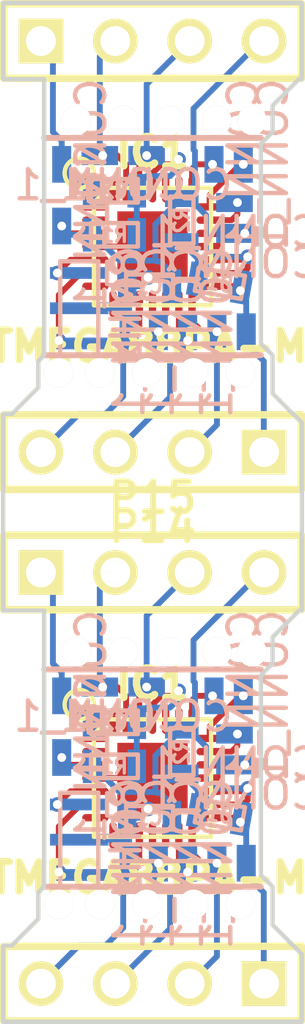
<source format=kicad_pcb>
(kicad_pcb (version 3) (host pcbnew "(2013-mar-13)-testing")

  (general
    (links 99)
    (no_connects 27)
    (area 138.526 69.5514 155.674 108.3486)
    (thickness 1.6)
    (drawings 56)
    (tracks 308)
    (zones 0)
    (modules 64)
    (nets 28)
  )

  (page A4)
  (layers
    (15 F.Cu signal)
    (0 B.Cu signal)
    (16 B.Adhes user)
    (17 F.Adhes user)
    (18 B.Paste user)
    (19 F.Paste user)
    (20 B.SilkS user)
    (21 F.SilkS user)
    (22 B.Mask user)
    (23 F.Mask user)
    (24 Dwgs.User user)
    (25 Cmts.User user)
    (26 Eco1.User user)
    (27 Eco2.User user)
    (28 Edge.Cuts user)
  )

  (setup
    (last_trace_width 0.2)
    (trace_clearance 0.199)
    (zone_clearance 0.508)
    (zone_45_only no)
    (trace_min 0.2)
    (segment_width 0.2)
    (edge_width 0.15)
    (via_size 0.5)
    (via_drill 0.3)
    (via_min_size 0.5)
    (via_min_drill 0.3)
    (uvia_size 0.508)
    (uvia_drill 0.127)
    (uvias_allowed no)
    (uvia_min_size 0.508)
    (uvia_min_drill 0.127)
    (pcb_text_width 0.3)
    (pcb_text_size 1 1)
    (mod_edge_width 0.15)
    (mod_text_size 1 1)
    (mod_text_width 0.15)
    (pad_size 1 1)
    (pad_drill 1)
    (pad_to_mask_clearance 0)
    (aux_axis_origin 141.9 106.3)
    (visible_elements 7FFFFF1F)
    (pcbplotparams
      (layerselection 284196865)
      (usegerberextensions true)
      (excludeedgelayer true)
      (linewidth 0.150000)
      (plotframeref false)
      (viasonmask false)
      (mode 1)
      (useauxorigin true)
      (hpglpennumber 1)
      (hpglpenspeed 20)
      (hpglpendiameter 15)
      (hpglpenoverlay 2)
      (psnegative false)
      (psa4output false)
      (plotreference false)
      (plotvalue false)
      (plotothertext false)
      (plotinvisibletext false)
      (padsonsilk false)
      (subtractmaskfromsilk false)
      (outputformat 1)
      (mirror false)
      (drillshape 0)
      (scaleselection 1)
      (outputdirectory gerber/))
  )

  (net 0 "")
  (net 1 /A0)
  (net 2 /A1)
  (net 3 /A2)
  (net 4 /A3)
  (net 5 /D11/MOSI)
  (net 6 /D12/MISO)
  (net 7 /D13/SCK)
  (net 8 /D8)
  (net 9 /DTR)
  (net 10 /RX)
  (net 11 /TX)
  (net 12 GND)
  (net 13 N-000001)
  (net 14 N-0000010)
  (net 15 N-0000012)
  (net 16 N-000002)
  (net 17 N-0000020)
  (net 18 N-0000021)
  (net 19 N-0000024)
  (net 20 N-0000027)
  (net 21 N-000003)
  (net 22 N-000004)
  (net 23 N-000005)
  (net 24 N-000006)
  (net 25 N-000007)
  (net 26 N-000008)
  (net 27 VCC)

  (net_class Default "This is the default net class."
    (clearance 0.199)
    (trace_width 0.2)
    (via_dia 0.5)
    (via_drill 0.3)
    (uvia_dia 0.508)
    (uvia_drill 0.127)
    (add_net "")
    (add_net /A0)
    (add_net /A1)
    (add_net /A2)
    (add_net /A3)
    (add_net /D11/MOSI)
    (add_net /D12/MISO)
    (add_net /D13/SCK)
    (add_net /D8)
    (add_net /DTR)
    (add_net /RX)
    (add_net /TX)
    (add_net GND)
    (add_net N-000001)
    (add_net N-0000010)
    (add_net N-0000012)
    (add_net N-000002)
    (add_net N-0000020)
    (add_net N-0000021)
    (add_net N-0000024)
    (add_net N-0000027)
    (add_net N-000003)
    (add_net N-000004)
    (add_net N-000005)
    (add_net N-000006)
    (add_net N-000007)
    (add_net N-000008)
    (add_net VCC)
  )

  (module drill_1mm (layer F.Cu) (tedit 5362C497) (tstamp 53635C7E)
    (at 150.4 75.6)
    (fp_text reference drill_1mm (at 0 -1.5) (layer F.SilkS) hide
      (effects (font (size 1 1) (thickness 0.15)))
    )
    (fp_text value VAL** (at 0 1.5) (layer F.SilkS) hide
      (effects (font (size 1 1) (thickness 0.15)))
    )
    (pad "" thru_hole circle (at 0 0) (size 1 1) (drill 1)
      (layers *.Cu)
    )
  )

  (module drill_1mm (layer F.Cu) (tedit 5362C497) (tstamp 53635C7A)
    (at 143.8 84.2)
    (fp_text reference drill_1mm (at 0 -1.5) (layer F.SilkS) hide
      (effects (font (size 1 1) (thickness 0.15)))
    )
    (fp_text value VAL** (at 0 1.5) (layer F.SilkS) hide
      (effects (font (size 1 1) (thickness 0.15)))
    )
    (pad "" thru_hole circle (at 0 0) (size 1 1) (drill 1)
      (layers *.Cu)
    )
  )

  (module drill_1mm (layer F.Cu) (tedit 5362C497) (tstamp 53635C76)
    (at 145.2 84.2)
    (fp_text reference drill_1mm (at 0 -1.5) (layer F.SilkS) hide
      (effects (font (size 1 1) (thickness 0.15)))
    )
    (fp_text value VAL** (at 0 1.5) (layer F.SilkS) hide
      (effects (font (size 1 1) (thickness 0.15)))
    )
    (pad "" thru_hole circle (at 0 0) (size 1 1) (drill 1)
      (layers *.Cu)
    )
  )

  (module drill_1mm (layer F.Cu) (tedit 5362C497) (tstamp 53635C72)
    (at 146.8 84.2)
    (fp_text reference drill_1mm (at 0 -1.5) (layer F.SilkS) hide
      (effects (font (size 1 1) (thickness 0.15)))
    )
    (fp_text value VAL** (at 0 1.5) (layer F.SilkS) hide
      (effects (font (size 1 1) (thickness 0.15)))
    )
    (pad "" thru_hole circle (at 0 0) (size 1 1) (drill 1)
      (layers *.Cu)
    )
  )

  (module drill_1mm (layer F.Cu) (tedit 5362C497) (tstamp 53635C6E)
    (at 148.4 84.2)
    (fp_text reference drill_1mm (at 0 -1.5) (layer F.SilkS) hide
      (effects (font (size 1 1) (thickness 0.15)))
    )
    (fp_text value VAL** (at 0 1.5) (layer F.SilkS) hide
      (effects (font (size 1 1) (thickness 0.15)))
    )
    (pad "" thru_hole circle (at 0 0) (size 1 1) (drill 1)
      (layers *.Cu)
    )
  )

  (module drill_1mm (layer F.Cu) (tedit 5362C497) (tstamp 53635C6A)
    (at 150 84.2)
    (fp_text reference drill_1mm (at 0 -1.5) (layer F.SilkS) hide
      (effects (font (size 1 1) (thickness 0.15)))
    )
    (fp_text value VAL** (at 0 1.5) (layer F.SilkS) hide
      (effects (font (size 1 1) (thickness 0.15)))
    )
    (pad "" thru_hole circle (at 0 0) (size 1 1) (drill 1)
      (layers *.Cu)
    )
  )

  (module drill_1mm (layer F.Cu) (tedit 5362C497) (tstamp 53635C66)
    (at 144.4 75.6)
    (fp_text reference drill_1mm (at 0 -1.5) (layer F.SilkS) hide
      (effects (font (size 1 1) (thickness 0.15)))
    )
    (fp_text value VAL** (at 0 1.5) (layer F.SilkS) hide
      (effects (font (size 1 1) (thickness 0.15)))
    )
    (pad "" thru_hole circle (at 0 0) (size 1 1) (drill 1)
      (layers *.Cu)
    )
  )

  (module drill_1mm (layer F.Cu) (tedit 5362C497) (tstamp 53635C62)
    (at 149.2 75.6)
    (fp_text reference drill_1mm (at 0 -1.5) (layer F.SilkS) hide
      (effects (font (size 1 1) (thickness 0.15)))
    )
    (fp_text value VAL** (at 0 1.5) (layer F.SilkS) hide
      (effects (font (size 1 1) (thickness 0.15)))
    )
    (pad "" thru_hole circle (at 0 0) (size 1 1) (drill 1)
      (layers *.Cu)
    )
  )

  (module drill_1mm (layer F.Cu) (tedit 5362C497) (tstamp 53635C5E)
    (at 147.6 75.6)
    (fp_text reference drill_1mm (at 0 -1.5) (layer F.SilkS) hide
      (effects (font (size 1 1) (thickness 0.15)))
    )
    (fp_text value VAL** (at 0 1.5) (layer F.SilkS) hide
      (effects (font (size 1 1) (thickness 0.15)))
    )
    (pad "" thru_hole circle (at 0 0) (size 1 1) (drill 1)
      (layers *.Cu)
    )
  )

  (module drill_1mm (layer F.Cu) (tedit 5362C497) (tstamp 53635C5A)
    (at 146 75.6)
    (fp_text reference drill_1mm (at 0 -1.5) (layer F.SilkS) hide
      (effects (font (size 1 1) (thickness 0.15)))
    )
    (fp_text value VAL** (at 0 1.5) (layer F.SilkS) hide
      (effects (font (size 1 1) (thickness 0.15)))
    )
    (pad "" thru_hole circle (at 0 0) (size 1 1) (drill 1)
      (layers *.Cu)
    )
  )

  (module conn_4 (layer F.Cu) (tedit 4C10F42E) (tstamp 53635C4F)
    (at 147 72.9)
    (descr "Double rangee de contacts 2 x 5 pins")
    (tags CONN)
    (path /5362C3C4)
    (fp_text reference P15 (at 0 -2.54) (layer F.SilkS)
      (effects (font (size 1.016 1.016) (thickness 0.2032)))
    )
    (fp_text value CONN_4 (at 0 2.54) (layer F.SilkS) hide
      (effects (font (size 1.016 1.016) (thickness 0.2032)))
    )
    (fp_line (start 5.08 1.27) (end -5.08 1.27) (layer F.SilkS) (width 0.254))
    (fp_line (start 5.08 -1.27) (end -5.08 -1.27) (layer F.SilkS) (width 0.254))
    (fp_line (start -5.08 -1.27) (end -5.08 1.27) (layer F.SilkS) (width 0.254))
    (fp_line (start 5.08 1.27) (end 5.08 -1.27) (layer F.SilkS) (width 0.254))
    (pad 1 thru_hole rect (at -3.81 0) (size 1.524 1.524) (drill 1.016)
      (layers *.Cu *.Mask F.SilkS)
      (net 9 /DTR)
    )
    (pad 2 thru_hole circle (at -1.27 0) (size 1.524 1.524) (drill 1.016)
      (layers *.Cu *.Mask F.SilkS)
      (net 11 /TX)
    )
    (pad 3 thru_hole circle (at 1.27 0) (size 1.524 1.524) (drill 1.016)
      (layers *.Cu *.Mask F.SilkS)
      (net 10 /RX)
    )
    (pad 4 thru_hole circle (at 3.81 0) (size 1.524 1.524) (drill 1.016)
      (layers *.Cu *.Mask F.SilkS)
      (net 27 VCC)
    )
    (model pin_array\pins_array_4x1.wrl
      (at (xyz 0 0 0))
      (scale (xyz 1 1 1))
      (rotate (xyz 0 0 0))
    )
  )

  (module conn_4 (layer F.Cu) (tedit 4C10F42E) (tstamp 53635C44)
    (at 147 86.9 180)
    (descr "Double rangee de contacts 2 x 5 pins")
    (tags CONN)
    (path /5362C484)
    (fp_text reference P14 (at 0 -2.54 180) (layer F.SilkS)
      (effects (font (size 1.016 1.016) (thickness 0.2032)))
    )
    (fp_text value CONN_4 (at 0 2.54 180) (layer F.SilkS) hide
      (effects (font (size 1.016 1.016) (thickness 0.2032)))
    )
    (fp_line (start 5.08 1.27) (end -5.08 1.27) (layer F.SilkS) (width 0.254))
    (fp_line (start 5.08 -1.27) (end -5.08 -1.27) (layer F.SilkS) (width 0.254))
    (fp_line (start -5.08 -1.27) (end -5.08 1.27) (layer F.SilkS) (width 0.254))
    (fp_line (start 5.08 1.27) (end 5.08 -1.27) (layer F.SilkS) (width 0.254))
    (pad 1 thru_hole rect (at -3.81 0 180) (size 1.524 1.524) (drill 1.016)
      (layers *.Cu *.Mask F.SilkS)
      (net 7 /D13/SCK)
    )
    (pad 2 thru_hole circle (at -1.27 0 180) (size 1.524 1.524) (drill 1.016)
      (layers *.Cu *.Mask F.SilkS)
      (net 6 /D12/MISO)
    )
    (pad 3 thru_hole circle (at 1.27 0 180) (size 1.524 1.524) (drill 1.016)
      (layers *.Cu *.Mask F.SilkS)
      (net 5 /D11/MOSI)
    )
    (pad 4 thru_hole circle (at 3.81 0 180) (size 1.524 1.524) (drill 1.016)
      (layers *.Cu *.Mask F.SilkS)
      (net 12 GND)
    )
    (model pin_array\pins_array_4x1.wrl
      (at (xyz 0 0 0))
      (scale (xyz 1 1 1))
      (rotate (xyz 0 0 0))
    )
  )

  (module 0603 (layer B.Cu) (tedit 51715D35) (tstamp 53635C3B)
    (at 148 79 90)
    (path /5362AE55)
    (attr smd)
    (fp_text reference R2 (at 0 0 90) (layer B.SilkS)
      (effects (font (size 0.508 0.4572) (thickness 0.1143)) (justify mirror))
    )
    (fp_text value 1k (at 0 0 90) (layer B.SilkS) hide
      (effects (font (size 0.508 0.4572) (thickness 0.1143)) (justify mirror))
    )
    (fp_line (start -0.8 0.4) (end 0.8 0.4) (layer B.SilkS) (width 0.15))
    (fp_line (start 0.8 0.4) (end 0.8 -0.4) (layer B.SilkS) (width 0.15))
    (fp_line (start 0.8 -0.4) (end -0.8 -0.4) (layer B.SilkS) (width 0.15))
    (fp_line (start -0.8 -0.4) (end -0.8 0.4) (layer B.SilkS) (width 0.15))
    (pad 1 smd rect (at -0.762 0 90) (size 0.635 1.143)
      (layers B.Cu B.Paste B.Mask)
      (net 20 N-0000027)
    )
    (pad 2 smd rect (at 0.762 0 90) (size 0.635 1.143)
      (layers B.Cu B.Paste B.Mask)
      (net 27 VCC)
    )
    (model smd\resistors\R0603.wrl
      (at (xyz 0 0 0.001))
      (scale (xyz 0.5 0.5 0.5))
      (rotate (xyz 0 0 0))
    )
  )

  (module 0603 (layer B.Cu) (tedit 51715D35) (tstamp 53635C32)
    (at 145.7 79.5 180)
    (path /5362AC9A)
    (attr smd)
    (fp_text reference R1 (at 0 0 180) (layer B.SilkS)
      (effects (font (size 0.508 0.4572) (thickness 0.1143)) (justify mirror))
    )
    (fp_text value 10k (at 0 0 180) (layer B.SilkS) hide
      (effects (font (size 0.508 0.4572) (thickness 0.1143)) (justify mirror))
    )
    (fp_line (start -0.8 0.4) (end 0.8 0.4) (layer B.SilkS) (width 0.15))
    (fp_line (start 0.8 0.4) (end 0.8 -0.4) (layer B.SilkS) (width 0.15))
    (fp_line (start 0.8 -0.4) (end -0.8 -0.4) (layer B.SilkS) (width 0.15))
    (fp_line (start -0.8 -0.4) (end -0.8 0.4) (layer B.SilkS) (width 0.15))
    (pad 1 smd rect (at -0.762 0 180) (size 0.635 1.143)
      (layers B.Cu B.Paste B.Mask)
      (net 18 N-0000021)
    )
    (pad 2 smd rect (at 0.762 0 180) (size 0.635 1.143)
      (layers B.Cu B.Paste B.Mask)
      (net 27 VCC)
    )
    (model smd\resistors\R0603.wrl
      (at (xyz 0 0 0.001))
      (scale (xyz 0.5 0.5 0.5))
      (rotate (xyz 0 0 0))
    )
  )

  (module 0603 (layer B.Cu) (tedit 51715D35) (tstamp 53635C29)
    (at 145.7 78)
    (path /5362ACBD)
    (attr smd)
    (fp_text reference C2 (at 0 0) (layer B.SilkS)
      (effects (font (size 0.508 0.4572) (thickness 0.1143)) (justify mirror))
    )
    (fp_text value 100n (at 0 0) (layer B.SilkS) hide
      (effects (font (size 0.508 0.4572) (thickness 0.1143)) (justify mirror))
    )
    (fp_line (start -0.8 0.4) (end 0.8 0.4) (layer B.SilkS) (width 0.15))
    (fp_line (start 0.8 0.4) (end 0.8 -0.4) (layer B.SilkS) (width 0.15))
    (fp_line (start 0.8 -0.4) (end -0.8 -0.4) (layer B.SilkS) (width 0.15))
    (fp_line (start -0.8 -0.4) (end -0.8 0.4) (layer B.SilkS) (width 0.15))
    (pad 1 smd rect (at -0.762 0) (size 0.635 1.143)
      (layers B.Cu B.Paste B.Mask)
      (net 9 /DTR)
    )
    (pad 2 smd rect (at 0.762 0) (size 0.635 1.143)
      (layers B.Cu B.Paste B.Mask)
      (net 18 N-0000021)
    )
    (model smd\resistors\R0603.wrl
      (at (xyz 0 0 0.001))
      (scale (xyz 0.5 0.5 0.5))
      (rotate (xyz 0 0 0))
    )
  )

  (module 0603 (layer B.Cu) (tedit 51715D35) (tstamp 53635C20)
    (at 146.9 81.25)
    (path /5362AD91)
    (attr smd)
    (fp_text reference C1 (at 0 0) (layer B.SilkS)
      (effects (font (size 0.508 0.4572) (thickness 0.1143)) (justify mirror))
    )
    (fp_text value 100n (at 0 0) (layer B.SilkS) hide
      (effects (font (size 0.508 0.4572) (thickness 0.1143)) (justify mirror))
    )
    (fp_line (start -0.8 0.4) (end 0.8 0.4) (layer B.SilkS) (width 0.15))
    (fp_line (start 0.8 0.4) (end 0.8 -0.4) (layer B.SilkS) (width 0.15))
    (fp_line (start 0.8 -0.4) (end -0.8 -0.4) (layer B.SilkS) (width 0.15))
    (fp_line (start -0.8 -0.4) (end -0.8 0.4) (layer B.SilkS) (width 0.15))
    (pad 1 smd rect (at -0.762 0) (size 0.635 1.143)
      (layers B.Cu B.Paste B.Mask)
      (net 12 GND)
    )
    (pad 2 smd rect (at 0.762 0) (size 0.635 1.143)
      (layers B.Cu B.Paste B.Mask)
      (net 27 VCC)
    )
    (model smd\resistors\R0603.wrl
      (at (xyz 0 0 0.001))
      (scale (xyz 0.5 0.5 0.5))
      (rotate (xyz 0 0 0))
    )
  )

  (module RESONATOR_3.2x1.3mm (layer B.Cu) (tedit 5362B3AE) (tstamp 53635C16)
    (at 144.5 82 90)
    (path /5362AD1F)
    (fp_text reference X1 (at 0 -1.8 90) (layer B.SilkS) hide
      (effects (font (size 1 1) (thickness 0.15)) (justify mirror))
    )
    (fp_text value 8MHz (at 0 1.6 90) (layer B.SilkS)
      (effects (font (size 1 1) (thickness 0.15)) (justify mirror))
    )
    (fp_line (start -1.6 0.65) (end 1.6 0.65) (layer B.SilkS) (width 0.15))
    (fp_line (start 1.6 0.65) (end 1.6 -0.65) (layer B.SilkS) (width 0.15))
    (fp_line (start 1.6 -0.65) (end -1.6 -0.65) (layer B.SilkS) (width 0.15))
    (fp_line (start -1.6 -0.65) (end -1.6 0.65) (layer B.SilkS) (width 0.15))
    (pad 1 smd rect (at -1.2 0 90) (size 0.4 2)
      (layers B.Cu B.Mask)
      (net 14 N-0000010)
    )
    (pad 2 smd rect (at 0 0 90) (size 0.4 2)
      (layers B.Cu B.Mask)
      (net 12 GND)
    )
    (pad 3 smd rect (at 1.2 0 90) (size 0.4 2)
      (layers B.Cu B.Mask)
      (net 22 N-000004)
    )
  )

  (module conn_1_0.65x1.25mm (layer B.Cu) (tedit 5362B223) (tstamp 53635C12)
    (at 146.2 82.8 90)
    (path /5362ACF9)
    (fp_text reference P13 (at 0 -1 90) (layer B.SilkS) hide
      (effects (font (size 1 1) (thickness 0.15)) (justify mirror))
    )
    (fp_text value CONN_1 (at 0 1 90) (layer B.SilkS)
      (effects (font (size 1 1) (thickness 0.15)) (justify mirror))
    )
    (pad 1 smd rect (at 0 0 90) (size 1.25 0.65)
      (layers B.Cu B.Mask)
      (net 12 GND)
    )
  )

  (module conn_1_0.65x1.25mm (layer B.Cu) (tedit 5362B223) (tstamp 53635C0E)
    (at 143.9 79.2 90)
    (path /5362ACF3)
    (fp_text reference P12 (at 0 -1 90) (layer B.SilkS) hide
      (effects (font (size 1 1) (thickness 0.15)) (justify mirror))
    )
    (fp_text value CONN_1 (at 0 1 90) (layer B.SilkS)
      (effects (font (size 1 1) (thickness 0.15)) (justify mirror))
    )
    (pad 1 smd rect (at 0 0 90) (size 1.25 0.65)
      (layers B.Cu B.Mask)
      (net 27 VCC)
    )
  )

  (module conn_1_0.65x1.25mm (layer B.Cu) (tedit 5362B223) (tstamp 53635C0A)
    (at 146.8 76.8)
    (path /5362ACED)
    (fp_text reference P11 (at 0 -1) (layer B.SilkS) hide
      (effects (font (size 1 1) (thickness 0.15)) (justify mirror))
    )
    (fp_text value CONN_1 (at 0 1) (layer B.SilkS)
      (effects (font (size 1 1) (thickness 0.15)) (justify mirror))
    )
    (pad 1 smd rect (at 0 0) (size 1.25 0.65)
      (layers B.Cu B.Mask)
      (net 10 /RX)
    )
  )

  (module conn_1_0.65x1.25mm (layer B.Cu) (tedit 5362B223) (tstamp 53635C06)
    (at 145.2 76.8)
    (path /5362ACE0)
    (fp_text reference P10 (at 0 -1) (layer B.SilkS) hide
      (effects (font (size 1 1) (thickness 0.15)) (justify mirror))
    )
    (fp_text value CONN_1 (at 0 1) (layer B.SilkS)
      (effects (font (size 1 1) (thickness 0.15)) (justify mirror))
    )
    (pad 1 smd rect (at 0 0) (size 1.25 0.65)
      (layers B.Cu B.Mask)
      (net 11 /TX)
    )
  )

  (module conn_1_0.65x1.25mm (layer B.Cu) (tedit 5362B223) (tstamp 53635C02)
    (at 143.9 77.1 90)
    (path /5362ACD1)
    (fp_text reference P9 (at 0 -1 90) (layer B.SilkS) hide
      (effects (font (size 1 1) (thickness 0.15)) (justify mirror))
    )
    (fp_text value CONN_1 (at 0 1 90) (layer B.SilkS)
      (effects (font (size 1 1) (thickness 0.15)) (justify mirror))
    )
    (pad 1 smd rect (at 0 0 90) (size 1.25 0.65)
      (layers B.Cu B.Mask)
      (net 9 /DTR)
    )
  )

  (module conn_1_0.65x1.25mm (layer B.Cu) (tedit 5362B223) (tstamp 53635BFE)
    (at 149.1 77.1 90)
    (path /5362AEA1)
    (fp_text reference P8 (at 0 -1 90) (layer B.SilkS) hide
      (effects (font (size 1 1) (thickness 0.15)) (justify mirror))
    )
    (fp_text value CONN_1 (at 0 1 90) (layer B.SilkS)
      (effects (font (size 1 1) (thickness 0.15)) (justify mirror))
    )
    (pad 1 smd rect (at 0 0 90) (size 1.25 0.65)
      (layers B.Cu B.Mask)
      (net 4 /A3)
    )
  )

  (module conn_1_0.65x1.25mm (layer B.Cu) (tedit 5362B223) (tstamp 53635BFA)
    (at 150.1 77.1 90)
    (path /5362AEA7)
    (fp_text reference P7 (at 0 -1 90) (layer B.SilkS) hide
      (effects (font (size 1 1) (thickness 0.15)) (justify mirror))
    )
    (fp_text value CONN_1 (at 0 1 90) (layer B.SilkS)
      (effects (font (size 1 1) (thickness 0.15)) (justify mirror))
    )
    (pad 1 smd rect (at 0 0 90) (size 1.25 0.65)
      (layers B.Cu B.Mask)
      (net 3 /A2)
    )
  )

  (module conn_1_0.65x1.25mm (layer B.Cu) (tedit 5362B223) (tstamp 53635BF6)
    (at 149.8 78.4)
    (path /5362AEAD)
    (fp_text reference P6 (at 0 -1) (layer B.SilkS) hide
      (effects (font (size 1 1) (thickness 0.15)) (justify mirror))
    )
    (fp_text value CONN_1 (at 0 1) (layer B.SilkS)
      (effects (font (size 1 1) (thickness 0.15)) (justify mirror))
    )
    (pad 1 smd rect (at 0 0) (size 1.25 0.65)
      (layers B.Cu B.Mask)
      (net 2 /A1)
    )
  )

  (module conn_1_0.65x1.25mm (layer B.Cu) (tedit 5362B223) (tstamp 53635BF2)
    (at 149.8 79.45)
    (path /5362AEB3)
    (fp_text reference P5 (at 0 -1) (layer B.SilkS) hide
      (effects (font (size 1 1) (thickness 0.15)) (justify mirror))
    )
    (fp_text value CONN_1 (at 0 1) (layer B.SilkS)
      (effects (font (size 1 1) (thickness 0.15)) (justify mirror))
    )
    (pad 1 smd rect (at 0 0) (size 1.25 0.65)
      (layers B.Cu B.Mask)
      (net 1 /A0)
    )
  )

  (module conn_1_0.65x1.25mm (layer B.Cu) (tedit 5362B223) (tstamp 53635BEE)
    (at 150.2 82.8 270)
    (path /5362AE78)
    (fp_text reference P4 (at 0 -1 270) (layer B.SilkS) hide
      (effects (font (size 1 1) (thickness 0.15)) (justify mirror))
    )
    (fp_text value CONN_1 (at 0 1 270) (layer B.SilkS)
      (effects (font (size 1 1) (thickness 0.15)) (justify mirror))
    )
    (pad 1 smd rect (at 0 0 270) (size 1.25 0.65)
      (layers B.Cu B.Mask)
      (net 7 /D13/SCK)
    )
  )

  (module conn_1_0.65x1.25mm (layer B.Cu) (tedit 5362B223) (tstamp 53635BEA)
    (at 149.2 82.8 270)
    (path /5362AE8F)
    (fp_text reference P3 (at 0 -1 270) (layer B.SilkS) hide
      (effects (font (size 1 1) (thickness 0.15)) (justify mirror))
    )
    (fp_text value CONN_1 (at 0 1 270) (layer B.SilkS)
      (effects (font (size 1 1) (thickness 0.15)) (justify mirror))
    )
    (pad 1 smd rect (at 0 0 270) (size 1.25 0.65)
      (layers B.Cu B.Mask)
      (net 6 /D12/MISO)
    )
  )

  (module conn_1_0.65x1.25mm (layer B.Cu) (tedit 5362B223) (tstamp 53635BE6)
    (at 148.2 82.8 90)
    (path /5362AE95)
    (fp_text reference P2 (at 0 -1 90) (layer B.SilkS) hide
      (effects (font (size 1 1) (thickness 0.15)) (justify mirror))
    )
    (fp_text value CONN_1 (at 0 1 90) (layer B.SilkS)
      (effects (font (size 1 1) (thickness 0.15)) (justify mirror))
    )
    (pad 1 smd rect (at 0 0 90) (size 1.25 0.65)
      (layers B.Cu B.Mask)
      (net 5 /D11/MOSI)
    )
  )

  (module conn_1_0.65x1.25mm (layer B.Cu) (tedit 5362B223) (tstamp 53635BE2)
    (at 147.2 82.8 270)
    (path /5362AE9B)
    (fp_text reference P1 (at 0 -1 270) (layer B.SilkS) hide
      (effects (font (size 1 1) (thickness 0.15)) (justify mirror))
    )
    (fp_text value CONN_1 (at 0 1 270) (layer B.SilkS)
      (effects (font (size 1 1) (thickness 0.15)) (justify mirror))
    )
    (pad 1 smd rect (at 0 0 270) (size 1.25 0.65)
      (layers B.Cu B.Mask)
      (net 8 /D8)
    )
  )

  (module QFN28 (layer F.Cu) (tedit 5362B8E5) (tstamp 53635BBC)
    (at 147 79.9)
    (path /5362B454)
    (fp_text reference IC1 (at 0 -3.2) (layer F.SilkS)
      (effects (font (size 1.00076 1.00076) (thickness 0.3048)))
    )
    (fp_text value ATMEGA88PA-MM (at 0 3.4) (layer F.SilkS)
      (effects (font (size 1.00076 1.00076) (thickness 0.3048)))
    )
    (fp_circle (center -2.5 -2.5) (end -2.5 -2) (layer F.SilkS) (width 0.15))
    (fp_line (start -2 2) (end -2 -1.5) (layer F.SilkS) (width 0.15))
    (fp_line (start -2 -1.5) (end -1.5 -2) (layer F.SilkS) (width 0.15))
    (fp_line (start -1.5 -2) (end 2 -2) (layer F.SilkS) (width 0.15))
    (fp_line (start -2 2) (end 2 2) (layer F.SilkS) (width 0.15))
    (fp_line (start 2 2) (end 2 -2) (layer F.SilkS) (width 0.15))
    (pad 1 smd oval (at -1.95 -1.35) (size 0.9 0.25)
      (layers F.Cu F.Paste F.Mask)
      (net 16 N-000002)
    )
    (pad 2 smd oval (at -1.95 -0.9) (size 0.9 0.25)
      (layers F.Cu F.Paste F.Mask)
      (net 21 N-000003)
    )
    (pad 3 smd oval (at -1.95 -0.45) (size 0.9 0.25)
      (layers F.Cu F.Paste F.Mask)
      (net 27 VCC)
    )
    (pad 4 smd oval (at -1.95 0) (size 0.9 0.25)
      (layers F.Cu F.Paste F.Mask)
      (net 12 GND)
    )
    (pad 5 smd oval (at -1.95 0.45) (size 0.9 0.25)
      (layers F.Cu F.Paste F.Mask)
      (net 22 N-000004)
    )
    (pad 6 smd oval (at -1.95 0.9) (size 0.9 0.25)
      (layers F.Cu F.Paste F.Mask)
      (net 14 N-0000010)
    )
    (pad 7 smd oval (at -1.95 1.35) (size 0.9 0.25)
      (layers F.Cu F.Paste F.Mask)
      (net 23 N-000005)
    )
    (pad 8 smd oval (at -1.35 1.95 90) (size 0.9 0.25)
      (layers F.Cu F.Paste F.Mask)
      (net 24 N-000006)
    )
    (pad 9 smd oval (at -0.9 1.95 90) (size 0.9 0.25)
      (layers F.Cu F.Paste F.Mask)
      (net 13 N-000001)
    )
    (pad 10 smd oval (at -0.45 1.95 90) (size 0.9 0.25)
      (layers F.Cu F.Paste F.Mask)
      (net 8 /D8)
    )
    (pad 11 smd oval (at 0 1.95 90) (size 0.9 0.25)
      (layers F.Cu F.Paste F.Mask)
      (net 25 N-000007)
    )
    (pad 12 smd oval (at 0.45 1.95 90) (size 0.9 0.25)
      (layers F.Cu F.Paste F.Mask)
      (net 26 N-000008)
    )
    (pad 13 smd oval (at 0.9 1.95 90) (size 0.9 0.25)
      (layers F.Cu F.Paste F.Mask)
      (net 5 /D11/MOSI)
    )
    (pad 14 smd oval (at 1.35 1.95 90) (size 0.9 0.25)
      (layers F.Cu F.Paste F.Mask)
      (net 6 /D12/MISO)
    )
    (pad 15 smd oval (at 1.95 1.35) (size 0.9 0.25)
      (layers F.Cu F.Paste F.Mask)
      (net 7 /D13/SCK)
    )
    (pad 16 smd oval (at 1.95 0.9) (size 0.9 0.25)
      (layers F.Cu F.Paste F.Mask)
      (net 27 VCC)
    )
    (pad 17 smd oval (at 1.95 0.45) (size 0.9 0.25)
      (layers F.Cu F.Paste F.Mask)
      (net 27 VCC)
    )
    (pad 18 smd oval (at 1.95 0) (size 0.9 0.25)
      (layers F.Cu F.Paste F.Mask)
      (net 12 GND)
    )
    (pad 19 smd oval (at 1.95 -0.45) (size 0.9 0.25)
      (layers F.Cu F.Paste F.Mask)
      (net 1 /A0)
    )
    (pad 20 smd oval (at 1.95 -0.9) (size 0.9 0.25)
      (layers F.Cu F.Paste F.Mask)
      (net 2 /A1)
    )
    (pad 21 smd oval (at 1.95 -1.35) (size 0.9 0.25)
      (layers F.Cu F.Paste F.Mask)
      (net 3 /A2)
    )
    (pad 22 smd oval (at 1.35 -1.95 90) (size 0.9 0.25)
      (layers F.Cu F.Paste F.Mask)
      (net 4 /A3)
    )
    (pad 23 smd oval (at 0.9 -1.95 90) (size 0.9 0.25)
      (layers F.Cu F.Paste F.Mask)
      (net 15 N-0000012)
    )
    (pad 24 smd oval (at 0.45 -1.95 90) (size 0.9 0.25)
      (layers F.Cu F.Paste F.Mask)
      (net 17 N-0000020)
    )
    (pad 25 smd oval (at 0 -1.95 90) (size 0.9 0.25)
      (layers F.Cu F.Paste F.Mask)
      (net 18 N-0000021)
    )
    (pad 26 smd oval (at -0.45 -1.95 90) (size 0.9 0.25)
      (layers F.Cu F.Paste F.Mask)
      (net 10 /RX)
    )
    (pad 27 smd oval (at -0.9 -1.95 90) (size 0.9 0.25)
      (layers F.Cu F.Paste F.Mask)
      (net 11 /TX)
    )
    (pad 28 smd oval (at -1.35 -1.95 90) (size 0.9 0.25)
      (layers F.Cu F.Paste F.Mask)
      (net 19 N-0000024)
    )
    (pad 0 smd rect (at 0 0) (size 2.4 2.4)
      (layers F.Cu F.Paste F.Mask)
      (net 12 GND)
    )
    (model smd/qfn28.wrl
      (at (xyz 0 0 0))
      (scale (xyz 1 1 1))
      (rotate (xyz 0 0 0))
    )
  )

  (module 0603 (layer B.Cu) (tedit 51715D35) (tstamp 53635BB3)
    (at 149.3 81.15 350)
    (path /5362AE35)
    (attr smd)
    (fp_text reference D1 (at 0 0 350) (layer B.SilkS)
      (effects (font (size 0.508 0.4572) (thickness 0.1143)) (justify mirror))
    )
    (fp_text value LED (at 0 0 350) (layer B.SilkS) hide
      (effects (font (size 0.508 0.4572) (thickness 0.1143)) (justify mirror))
    )
    (fp_line (start -0.8 0.4) (end 0.8 0.4) (layer B.SilkS) (width 0.15))
    (fp_line (start 0.8 0.4) (end 0.8 -0.4) (layer B.SilkS) (width 0.15))
    (fp_line (start 0.8 -0.4) (end -0.8 -0.4) (layer B.SilkS) (width 0.15))
    (fp_line (start -0.8 -0.4) (end -0.8 0.4) (layer B.SilkS) (width 0.15))
    (pad 1 smd rect (at -0.762 0 350) (size 0.635 1.143)
      (layers B.Cu B.Paste B.Mask)
      (net 20 N-0000027)
    )
    (pad 2 smd rect (at 0.762 0 350) (size 0.635 1.143)
      (layers B.Cu B.Paste B.Mask)
      (net 7 /D13/SCK)
    )
    (model smd\resistors\R0603.wrl
      (at (xyz 0 0 0.001))
      (scale (xyz 0.5 0.5 0.5))
      (rotate (xyz 0 0 0))
    )
  )

  (module 0603 (layer B.Cu) (tedit 51715D35) (tstamp 5362CC63)
    (at 149.3 99.25 350)
    (path /5362AE35)
    (attr smd)
    (fp_text reference D1 (at 0 0 350) (layer B.SilkS)
      (effects (font (size 0.508 0.4572) (thickness 0.1143)) (justify mirror))
    )
    (fp_text value LED (at 0 0 350) (layer B.SilkS) hide
      (effects (font (size 0.508 0.4572) (thickness 0.1143)) (justify mirror))
    )
    (fp_line (start -0.8 0.4) (end 0.8 0.4) (layer B.SilkS) (width 0.15))
    (fp_line (start 0.8 0.4) (end 0.8 -0.4) (layer B.SilkS) (width 0.15))
    (fp_line (start 0.8 -0.4) (end -0.8 -0.4) (layer B.SilkS) (width 0.15))
    (fp_line (start -0.8 -0.4) (end -0.8 0.4) (layer B.SilkS) (width 0.15))
    (pad 1 smd rect (at -0.762 0 350) (size 0.635 1.143)
      (layers B.Cu B.Paste B.Mask)
      (net 20 N-0000027)
    )
    (pad 2 smd rect (at 0.762 0 350) (size 0.635 1.143)
      (layers B.Cu B.Paste B.Mask)
      (net 7 /D13/SCK)
    )
    (model smd\resistors\R0603.wrl
      (at (xyz 0 0 0.001))
      (scale (xyz 0.5 0.5 0.5))
      (rotate (xyz 0 0 0))
    )
  )

  (module QFN28 (layer F.Cu) (tedit 5362B8E5) (tstamp 5362C8B8)
    (at 147 98)
    (path /5362B454)
    (fp_text reference IC1 (at 0 -3.2) (layer F.SilkS)
      (effects (font (size 1.00076 1.00076) (thickness 0.3048)))
    )
    (fp_text value ATMEGA88PA-MM (at 0 3.4) (layer F.SilkS)
      (effects (font (size 1.00076 1.00076) (thickness 0.3048)))
    )
    (fp_circle (center -2.5 -2.5) (end -2.5 -2) (layer F.SilkS) (width 0.15))
    (fp_line (start -2 2) (end -2 -1.5) (layer F.SilkS) (width 0.15))
    (fp_line (start -2 -1.5) (end -1.5 -2) (layer F.SilkS) (width 0.15))
    (fp_line (start -1.5 -2) (end 2 -2) (layer F.SilkS) (width 0.15))
    (fp_line (start -2 2) (end 2 2) (layer F.SilkS) (width 0.15))
    (fp_line (start 2 2) (end 2 -2) (layer F.SilkS) (width 0.15))
    (pad 1 smd oval (at -1.95 -1.35) (size 0.9 0.25)
      (layers F.Cu F.Paste F.Mask)
      (net 16 N-000002)
    )
    (pad 2 smd oval (at -1.95 -0.9) (size 0.9 0.25)
      (layers F.Cu F.Paste F.Mask)
      (net 21 N-000003)
    )
    (pad 3 smd oval (at -1.95 -0.45) (size 0.9 0.25)
      (layers F.Cu F.Paste F.Mask)
      (net 27 VCC)
    )
    (pad 4 smd oval (at -1.95 0) (size 0.9 0.25)
      (layers F.Cu F.Paste F.Mask)
      (net 12 GND)
    )
    (pad 5 smd oval (at -1.95 0.45) (size 0.9 0.25)
      (layers F.Cu F.Paste F.Mask)
      (net 22 N-000004)
    )
    (pad 6 smd oval (at -1.95 0.9) (size 0.9 0.25)
      (layers F.Cu F.Paste F.Mask)
      (net 14 N-0000010)
    )
    (pad 7 smd oval (at -1.95 1.35) (size 0.9 0.25)
      (layers F.Cu F.Paste F.Mask)
      (net 23 N-000005)
    )
    (pad 8 smd oval (at -1.35 1.95 90) (size 0.9 0.25)
      (layers F.Cu F.Paste F.Mask)
      (net 24 N-000006)
    )
    (pad 9 smd oval (at -0.9 1.95 90) (size 0.9 0.25)
      (layers F.Cu F.Paste F.Mask)
      (net 13 N-000001)
    )
    (pad 10 smd oval (at -0.45 1.95 90) (size 0.9 0.25)
      (layers F.Cu F.Paste F.Mask)
      (net 8 /D8)
    )
    (pad 11 smd oval (at 0 1.95 90) (size 0.9 0.25)
      (layers F.Cu F.Paste F.Mask)
      (net 25 N-000007)
    )
    (pad 12 smd oval (at 0.45 1.95 90) (size 0.9 0.25)
      (layers F.Cu F.Paste F.Mask)
      (net 26 N-000008)
    )
    (pad 13 smd oval (at 0.9 1.95 90) (size 0.9 0.25)
      (layers F.Cu F.Paste F.Mask)
      (net 5 /D11/MOSI)
    )
    (pad 14 smd oval (at 1.35 1.95 90) (size 0.9 0.25)
      (layers F.Cu F.Paste F.Mask)
      (net 6 /D12/MISO)
    )
    (pad 15 smd oval (at 1.95 1.35) (size 0.9 0.25)
      (layers F.Cu F.Paste F.Mask)
      (net 7 /D13/SCK)
    )
    (pad 16 smd oval (at 1.95 0.9) (size 0.9 0.25)
      (layers F.Cu F.Paste F.Mask)
      (net 27 VCC)
    )
    (pad 17 smd oval (at 1.95 0.45) (size 0.9 0.25)
      (layers F.Cu F.Paste F.Mask)
      (net 27 VCC)
    )
    (pad 18 smd oval (at 1.95 0) (size 0.9 0.25)
      (layers F.Cu F.Paste F.Mask)
      (net 12 GND)
    )
    (pad 19 smd oval (at 1.95 -0.45) (size 0.9 0.25)
      (layers F.Cu F.Paste F.Mask)
      (net 1 /A0)
    )
    (pad 20 smd oval (at 1.95 -0.9) (size 0.9 0.25)
      (layers F.Cu F.Paste F.Mask)
      (net 2 /A1)
    )
    (pad 21 smd oval (at 1.95 -1.35) (size 0.9 0.25)
      (layers F.Cu F.Paste F.Mask)
      (net 3 /A2)
    )
    (pad 22 smd oval (at 1.35 -1.95 90) (size 0.9 0.25)
      (layers F.Cu F.Paste F.Mask)
      (net 4 /A3)
    )
    (pad 23 smd oval (at 0.9 -1.95 90) (size 0.9 0.25)
      (layers F.Cu F.Paste F.Mask)
      (net 15 N-0000012)
    )
    (pad 24 smd oval (at 0.45 -1.95 90) (size 0.9 0.25)
      (layers F.Cu F.Paste F.Mask)
      (net 17 N-0000020)
    )
    (pad 25 smd oval (at 0 -1.95 90) (size 0.9 0.25)
      (layers F.Cu F.Paste F.Mask)
      (net 18 N-0000021)
    )
    (pad 26 smd oval (at -0.45 -1.95 90) (size 0.9 0.25)
      (layers F.Cu F.Paste F.Mask)
      (net 10 /RX)
    )
    (pad 27 smd oval (at -0.9 -1.95 90) (size 0.9 0.25)
      (layers F.Cu F.Paste F.Mask)
      (net 11 /TX)
    )
    (pad 28 smd oval (at -1.35 -1.95 90) (size 0.9 0.25)
      (layers F.Cu F.Paste F.Mask)
      (net 19 N-0000024)
    )
    (pad 0 smd rect (at 0 0) (size 2.4 2.4)
      (layers F.Cu F.Paste F.Mask)
      (net 12 GND)
    )
    (model smd/qfn28.wrl
      (at (xyz 0 0 0))
      (scale (xyz 1 1 1))
      (rotate (xyz 0 0 0))
    )
  )

  (module conn_1_0.65x1.25mm (layer B.Cu) (tedit 5362B223) (tstamp 5362C8BD)
    (at 147.2 100.9 270)
    (path /5362AE9B)
    (fp_text reference P1 (at 0 -1 270) (layer B.SilkS) hide
      (effects (font (size 1 1) (thickness 0.15)) (justify mirror))
    )
    (fp_text value CONN_1 (at 0 1 270) (layer B.SilkS)
      (effects (font (size 1 1) (thickness 0.15)) (justify mirror))
    )
    (pad 1 smd rect (at 0 0 270) (size 1.25 0.65)
      (layers B.Cu B.Mask)
      (net 8 /D8)
    )
  )

  (module conn_1_0.65x1.25mm (layer B.Cu) (tedit 5362B223) (tstamp 5362C8C2)
    (at 148.2 100.9 90)
    (path /5362AE95)
    (fp_text reference P2 (at 0 -1 90) (layer B.SilkS) hide
      (effects (font (size 1 1) (thickness 0.15)) (justify mirror))
    )
    (fp_text value CONN_1 (at 0 1 90) (layer B.SilkS)
      (effects (font (size 1 1) (thickness 0.15)) (justify mirror))
    )
    (pad 1 smd rect (at 0 0 90) (size 1.25 0.65)
      (layers B.Cu B.Mask)
      (net 5 /D11/MOSI)
    )
  )

  (module conn_1_0.65x1.25mm (layer B.Cu) (tedit 5362B223) (tstamp 5362C8C7)
    (at 149.2 100.9 270)
    (path /5362AE8F)
    (fp_text reference P3 (at 0 -1 270) (layer B.SilkS) hide
      (effects (font (size 1 1) (thickness 0.15)) (justify mirror))
    )
    (fp_text value CONN_1 (at 0 1 270) (layer B.SilkS)
      (effects (font (size 1 1) (thickness 0.15)) (justify mirror))
    )
    (pad 1 smd rect (at 0 0 270) (size 1.25 0.65)
      (layers B.Cu B.Mask)
      (net 6 /D12/MISO)
    )
  )

  (module conn_1_0.65x1.25mm (layer B.Cu) (tedit 5362B223) (tstamp 5362C8CC)
    (at 150.2 100.9 270)
    (path /5362AE78)
    (fp_text reference P4 (at 0 -1 270) (layer B.SilkS) hide
      (effects (font (size 1 1) (thickness 0.15)) (justify mirror))
    )
    (fp_text value CONN_1 (at 0 1 270) (layer B.SilkS)
      (effects (font (size 1 1) (thickness 0.15)) (justify mirror))
    )
    (pad 1 smd rect (at 0 0 270) (size 1.25 0.65)
      (layers B.Cu B.Mask)
      (net 7 /D13/SCK)
    )
  )

  (module conn_1_0.65x1.25mm (layer B.Cu) (tedit 5362B223) (tstamp 5362C8D1)
    (at 149.8 97.55)
    (path /5362AEB3)
    (fp_text reference P5 (at 0 -1) (layer B.SilkS) hide
      (effects (font (size 1 1) (thickness 0.15)) (justify mirror))
    )
    (fp_text value CONN_1 (at 0 1) (layer B.SilkS)
      (effects (font (size 1 1) (thickness 0.15)) (justify mirror))
    )
    (pad 1 smd rect (at 0 0) (size 1.25 0.65)
      (layers B.Cu B.Mask)
      (net 1 /A0)
    )
  )

  (module conn_1_0.65x1.25mm (layer B.Cu) (tedit 5362B223) (tstamp 5362C8D6)
    (at 149.8 96.5)
    (path /5362AEAD)
    (fp_text reference P6 (at 0 -1) (layer B.SilkS) hide
      (effects (font (size 1 1) (thickness 0.15)) (justify mirror))
    )
    (fp_text value CONN_1 (at 0 1) (layer B.SilkS)
      (effects (font (size 1 1) (thickness 0.15)) (justify mirror))
    )
    (pad 1 smd rect (at 0 0) (size 1.25 0.65)
      (layers B.Cu B.Mask)
      (net 2 /A1)
    )
  )

  (module conn_1_0.65x1.25mm (layer B.Cu) (tedit 5362B223) (tstamp 5362C8DB)
    (at 150.1 95.2 90)
    (path /5362AEA7)
    (fp_text reference P7 (at 0 -1 90) (layer B.SilkS) hide
      (effects (font (size 1 1) (thickness 0.15)) (justify mirror))
    )
    (fp_text value CONN_1 (at 0 1 90) (layer B.SilkS)
      (effects (font (size 1 1) (thickness 0.15)) (justify mirror))
    )
    (pad 1 smd rect (at 0 0 90) (size 1.25 0.65)
      (layers B.Cu B.Mask)
      (net 3 /A2)
    )
  )

  (module conn_1_0.65x1.25mm (layer B.Cu) (tedit 5362B223) (tstamp 5362C8E0)
    (at 149.1 95.2 90)
    (path /5362AEA1)
    (fp_text reference P8 (at 0 -1 90) (layer B.SilkS) hide
      (effects (font (size 1 1) (thickness 0.15)) (justify mirror))
    )
    (fp_text value CONN_1 (at 0 1 90) (layer B.SilkS)
      (effects (font (size 1 1) (thickness 0.15)) (justify mirror))
    )
    (pad 1 smd rect (at 0 0 90) (size 1.25 0.65)
      (layers B.Cu B.Mask)
      (net 4 /A3)
    )
  )

  (module conn_1_0.65x1.25mm (layer B.Cu) (tedit 5362B223) (tstamp 5362C8E5)
    (at 143.9 95.2 90)
    (path /5362ACD1)
    (fp_text reference P9 (at 0 -1 90) (layer B.SilkS) hide
      (effects (font (size 1 1) (thickness 0.15)) (justify mirror))
    )
    (fp_text value CONN_1 (at 0 1 90) (layer B.SilkS)
      (effects (font (size 1 1) (thickness 0.15)) (justify mirror))
    )
    (pad 1 smd rect (at 0 0 90) (size 1.25 0.65)
      (layers B.Cu B.Mask)
      (net 9 /DTR)
    )
  )

  (module conn_1_0.65x1.25mm (layer B.Cu) (tedit 5362B223) (tstamp 5362C8EA)
    (at 145.2 94.9)
    (path /5362ACE0)
    (fp_text reference P10 (at 0 -1) (layer B.SilkS) hide
      (effects (font (size 1 1) (thickness 0.15)) (justify mirror))
    )
    (fp_text value CONN_1 (at 0 1) (layer B.SilkS)
      (effects (font (size 1 1) (thickness 0.15)) (justify mirror))
    )
    (pad 1 smd rect (at 0 0) (size 1.25 0.65)
      (layers B.Cu B.Mask)
      (net 11 /TX)
    )
  )

  (module conn_1_0.65x1.25mm (layer B.Cu) (tedit 5362B223) (tstamp 5362C8EF)
    (at 146.8 94.9)
    (path /5362ACED)
    (fp_text reference P11 (at 0 -1) (layer B.SilkS) hide
      (effects (font (size 1 1) (thickness 0.15)) (justify mirror))
    )
    (fp_text value CONN_1 (at 0 1) (layer B.SilkS)
      (effects (font (size 1 1) (thickness 0.15)) (justify mirror))
    )
    (pad 1 smd rect (at 0 0) (size 1.25 0.65)
      (layers B.Cu B.Mask)
      (net 10 /RX)
    )
  )

  (module conn_1_0.65x1.25mm (layer B.Cu) (tedit 5362B223) (tstamp 5362C8F4)
    (at 143.9 97.3 90)
    (path /5362ACF3)
    (fp_text reference P12 (at 0 -1 90) (layer B.SilkS) hide
      (effects (font (size 1 1) (thickness 0.15)) (justify mirror))
    )
    (fp_text value CONN_1 (at 0 1 90) (layer B.SilkS)
      (effects (font (size 1 1) (thickness 0.15)) (justify mirror))
    )
    (pad 1 smd rect (at 0 0 90) (size 1.25 0.65)
      (layers B.Cu B.Mask)
      (net 27 VCC)
    )
  )

  (module conn_1_0.65x1.25mm (layer B.Cu) (tedit 5362B223) (tstamp 5362C8F9)
    (at 146.2 100.9 90)
    (path /5362ACF9)
    (fp_text reference P13 (at 0 -1 90) (layer B.SilkS) hide
      (effects (font (size 1 1) (thickness 0.15)) (justify mirror))
    )
    (fp_text value CONN_1 (at 0 1 90) (layer B.SilkS)
      (effects (font (size 1 1) (thickness 0.15)) (justify mirror))
    )
    (pad 1 smd rect (at 0 0 90) (size 1.25 0.65)
      (layers B.Cu B.Mask)
      (net 12 GND)
    )
  )

  (module RESONATOR_3.2x1.3mm (layer B.Cu) (tedit 5362B3AE) (tstamp 5362C91C)
    (at 144.5 100.1 90)
    (path /5362AD1F)
    (fp_text reference X1 (at 0 -1.8 90) (layer B.SilkS) hide
      (effects (font (size 1 1) (thickness 0.15)) (justify mirror))
    )
    (fp_text value 8MHz (at 0 1.6 90) (layer B.SilkS)
      (effects (font (size 1 1) (thickness 0.15)) (justify mirror))
    )
    (fp_line (start -1.6 0.65) (end 1.6 0.65) (layer B.SilkS) (width 0.15))
    (fp_line (start 1.6 0.65) (end 1.6 -0.65) (layer B.SilkS) (width 0.15))
    (fp_line (start 1.6 -0.65) (end -1.6 -0.65) (layer B.SilkS) (width 0.15))
    (fp_line (start -1.6 -0.65) (end -1.6 0.65) (layer B.SilkS) (width 0.15))
    (pad 1 smd rect (at -1.2 0 90) (size 0.4 2)
      (layers B.Cu B.Mask)
      (net 14 N-0000010)
    )
    (pad 2 smd rect (at 0 0 90) (size 0.4 2)
      (layers B.Cu B.Mask)
      (net 12 GND)
    )
    (pad 3 smd rect (at 1.2 0 90) (size 0.4 2)
      (layers B.Cu B.Mask)
      (net 22 N-000004)
    )
  )

  (module 0603 (layer B.Cu) (tedit 51715D35) (tstamp 5362CB19)
    (at 146.9 99.35)
    (path /5362AD91)
    (attr smd)
    (fp_text reference C1 (at 0 0) (layer B.SilkS)
      (effects (font (size 0.508 0.4572) (thickness 0.1143)) (justify mirror))
    )
    (fp_text value 100n (at 0 0) (layer B.SilkS) hide
      (effects (font (size 0.508 0.4572) (thickness 0.1143)) (justify mirror))
    )
    (fp_line (start -0.8 0.4) (end 0.8 0.4) (layer B.SilkS) (width 0.15))
    (fp_line (start 0.8 0.4) (end 0.8 -0.4) (layer B.SilkS) (width 0.15))
    (fp_line (start 0.8 -0.4) (end -0.8 -0.4) (layer B.SilkS) (width 0.15))
    (fp_line (start -0.8 -0.4) (end -0.8 0.4) (layer B.SilkS) (width 0.15))
    (pad 1 smd rect (at -0.762 0) (size 0.635 1.143)
      (layers B.Cu B.Paste B.Mask)
      (net 12 GND)
    )
    (pad 2 smd rect (at 0.762 0) (size 0.635 1.143)
      (layers B.Cu B.Paste B.Mask)
      (net 27 VCC)
    )
    (model smd\resistors\R0603.wrl
      (at (xyz 0 0 0.001))
      (scale (xyz 0.5 0.5 0.5))
      (rotate (xyz 0 0 0))
    )
  )

  (module 0603 (layer B.Cu) (tedit 51715D35) (tstamp 5362CB22)
    (at 145.7 96.1)
    (path /5362ACBD)
    (attr smd)
    (fp_text reference C2 (at 0 0) (layer B.SilkS)
      (effects (font (size 0.508 0.4572) (thickness 0.1143)) (justify mirror))
    )
    (fp_text value 100n (at 0 0) (layer B.SilkS) hide
      (effects (font (size 0.508 0.4572) (thickness 0.1143)) (justify mirror))
    )
    (fp_line (start -0.8 0.4) (end 0.8 0.4) (layer B.SilkS) (width 0.15))
    (fp_line (start 0.8 0.4) (end 0.8 -0.4) (layer B.SilkS) (width 0.15))
    (fp_line (start 0.8 -0.4) (end -0.8 -0.4) (layer B.SilkS) (width 0.15))
    (fp_line (start -0.8 -0.4) (end -0.8 0.4) (layer B.SilkS) (width 0.15))
    (pad 1 smd rect (at -0.762 0) (size 0.635 1.143)
      (layers B.Cu B.Paste B.Mask)
      (net 9 /DTR)
    )
    (pad 2 smd rect (at 0.762 0) (size 0.635 1.143)
      (layers B.Cu B.Paste B.Mask)
      (net 18 N-0000021)
    )
    (model smd\resistors\R0603.wrl
      (at (xyz 0 0 0.001))
      (scale (xyz 0.5 0.5 0.5))
      (rotate (xyz 0 0 0))
    )
  )

  (module 0603 (layer B.Cu) (tedit 51715D35) (tstamp 5362CB2B)
    (at 145.7 97.6 180)
    (path /5362AC9A)
    (attr smd)
    (fp_text reference R1 (at 0 0 180) (layer B.SilkS)
      (effects (font (size 0.508 0.4572) (thickness 0.1143)) (justify mirror))
    )
    (fp_text value 10k (at 0 0 180) (layer B.SilkS) hide
      (effects (font (size 0.508 0.4572) (thickness 0.1143)) (justify mirror))
    )
    (fp_line (start -0.8 0.4) (end 0.8 0.4) (layer B.SilkS) (width 0.15))
    (fp_line (start 0.8 0.4) (end 0.8 -0.4) (layer B.SilkS) (width 0.15))
    (fp_line (start 0.8 -0.4) (end -0.8 -0.4) (layer B.SilkS) (width 0.15))
    (fp_line (start -0.8 -0.4) (end -0.8 0.4) (layer B.SilkS) (width 0.15))
    (pad 1 smd rect (at -0.762 0 180) (size 0.635 1.143)
      (layers B.Cu B.Paste B.Mask)
      (net 18 N-0000021)
    )
    (pad 2 smd rect (at 0.762 0 180) (size 0.635 1.143)
      (layers B.Cu B.Paste B.Mask)
      (net 27 VCC)
    )
    (model smd\resistors\R0603.wrl
      (at (xyz 0 0 0.001))
      (scale (xyz 0.5 0.5 0.5))
      (rotate (xyz 0 0 0))
    )
  )

  (module 0603 (layer B.Cu) (tedit 51715D35) (tstamp 5362CB34)
    (at 148 97.1 90)
    (path /5362AE55)
    (attr smd)
    (fp_text reference R2 (at 0 0 90) (layer B.SilkS)
      (effects (font (size 0.508 0.4572) (thickness 0.1143)) (justify mirror))
    )
    (fp_text value 1k (at 0 0 90) (layer B.SilkS) hide
      (effects (font (size 0.508 0.4572) (thickness 0.1143)) (justify mirror))
    )
    (fp_line (start -0.8 0.4) (end 0.8 0.4) (layer B.SilkS) (width 0.15))
    (fp_line (start 0.8 0.4) (end 0.8 -0.4) (layer B.SilkS) (width 0.15))
    (fp_line (start 0.8 -0.4) (end -0.8 -0.4) (layer B.SilkS) (width 0.15))
    (fp_line (start -0.8 -0.4) (end -0.8 0.4) (layer B.SilkS) (width 0.15))
    (pad 1 smd rect (at -0.762 0 90) (size 0.635 1.143)
      (layers B.Cu B.Paste B.Mask)
      (net 20 N-0000027)
    )
    (pad 2 smd rect (at 0.762 0 90) (size 0.635 1.143)
      (layers B.Cu B.Paste B.Mask)
      (net 27 VCC)
    )
    (model smd\resistors\R0603.wrl
      (at (xyz 0 0 0.001))
      (scale (xyz 0.5 0.5 0.5))
      (rotate (xyz 0 0 0))
    )
  )

  (module conn_4 (layer F.Cu) (tedit 4C10F42E) (tstamp 5362CFC1)
    (at 147 105 180)
    (descr "Double rangee de contacts 2 x 5 pins")
    (tags CONN)
    (path /5362C484)
    (fp_text reference P14 (at 0 -2.54 180) (layer F.SilkS)
      (effects (font (size 1.016 1.016) (thickness 0.2032)))
    )
    (fp_text value CONN_4 (at 0 2.54 180) (layer F.SilkS) hide
      (effects (font (size 1.016 1.016) (thickness 0.2032)))
    )
    (fp_line (start 5.08 1.27) (end -5.08 1.27) (layer F.SilkS) (width 0.254))
    (fp_line (start 5.08 -1.27) (end -5.08 -1.27) (layer F.SilkS) (width 0.254))
    (fp_line (start -5.08 -1.27) (end -5.08 1.27) (layer F.SilkS) (width 0.254))
    (fp_line (start 5.08 1.27) (end 5.08 -1.27) (layer F.SilkS) (width 0.254))
    (pad 1 thru_hole rect (at -3.81 0 180) (size 1.524 1.524) (drill 1.016)
      (layers *.Cu *.Mask F.SilkS)
      (net 7 /D13/SCK)
    )
    (pad 2 thru_hole circle (at -1.27 0 180) (size 1.524 1.524) (drill 1.016)
      (layers *.Cu *.Mask F.SilkS)
      (net 6 /D12/MISO)
    )
    (pad 3 thru_hole circle (at 1.27 0 180) (size 1.524 1.524) (drill 1.016)
      (layers *.Cu *.Mask F.SilkS)
      (net 5 /D11/MOSI)
    )
    (pad 4 thru_hole circle (at 3.81 0 180) (size 1.524 1.524) (drill 1.016)
      (layers *.Cu *.Mask F.SilkS)
      (net 12 GND)
    )
    (model pin_array\pins_array_4x1.wrl
      (at (xyz 0 0 0))
      (scale (xyz 1 1 1))
      (rotate (xyz 0 0 0))
    )
  )

  (module conn_4 (layer F.Cu) (tedit 4C10F42E) (tstamp 5362CFCD)
    (at 147 91)
    (descr "Double rangee de contacts 2 x 5 pins")
    (tags CONN)
    (path /5362C3C4)
    (fp_text reference P15 (at 0 -2.54) (layer F.SilkS)
      (effects (font (size 1.016 1.016) (thickness 0.2032)))
    )
    (fp_text value CONN_4 (at 0 2.54) (layer F.SilkS) hide
      (effects (font (size 1.016 1.016) (thickness 0.2032)))
    )
    (fp_line (start 5.08 1.27) (end -5.08 1.27) (layer F.SilkS) (width 0.254))
    (fp_line (start 5.08 -1.27) (end -5.08 -1.27) (layer F.SilkS) (width 0.254))
    (fp_line (start -5.08 -1.27) (end -5.08 1.27) (layer F.SilkS) (width 0.254))
    (fp_line (start 5.08 1.27) (end 5.08 -1.27) (layer F.SilkS) (width 0.254))
    (pad 1 thru_hole rect (at -3.81 0) (size 1.524 1.524) (drill 1.016)
      (layers *.Cu *.Mask F.SilkS)
      (net 9 /DTR)
    )
    (pad 2 thru_hole circle (at -1.27 0) (size 1.524 1.524) (drill 1.016)
      (layers *.Cu *.Mask F.SilkS)
      (net 11 /TX)
    )
    (pad 3 thru_hole circle (at 1.27 0) (size 1.524 1.524) (drill 1.016)
      (layers *.Cu *.Mask F.SilkS)
      (net 10 /RX)
    )
    (pad 4 thru_hole circle (at 3.81 0) (size 1.524 1.524) (drill 1.016)
      (layers *.Cu *.Mask F.SilkS)
      (net 27 VCC)
    )
    (model pin_array\pins_array_4x1.wrl
      (at (xyz 0 0 0))
      (scale (xyz 1 1 1))
      (rotate (xyz 0 0 0))
    )
  )

  (module drill_1mm (layer F.Cu) (tedit 5362C497) (tstamp 5362D90F)
    (at 146 93.7)
    (fp_text reference drill_1mm (at 0 -1.5) (layer F.SilkS) hide
      (effects (font (size 1 1) (thickness 0.15)))
    )
    (fp_text value VAL** (at 0 1.5) (layer F.SilkS) hide
      (effects (font (size 1 1) (thickness 0.15)))
    )
    (pad "" thru_hole circle (at 0 0) (size 1 1) (drill 1)
      (layers *.Cu)
    )
  )

  (module drill_1mm (layer F.Cu) (tedit 5362C497) (tstamp 5362D925)
    (at 147.6 93.7)
    (fp_text reference drill_1mm (at 0 -1.5) (layer F.SilkS) hide
      (effects (font (size 1 1) (thickness 0.15)))
    )
    (fp_text value VAL** (at 0 1.5) (layer F.SilkS) hide
      (effects (font (size 1 1) (thickness 0.15)))
    )
    (pad "" thru_hole circle (at 0 0) (size 1 1) (drill 1)
      (layers *.Cu)
    )
  )

  (module drill_1mm (layer F.Cu) (tedit 5362C497) (tstamp 5362D936)
    (at 149.2 93.7)
    (fp_text reference drill_1mm (at 0 -1.5) (layer F.SilkS) hide
      (effects (font (size 1 1) (thickness 0.15)))
    )
    (fp_text value VAL** (at 0 1.5) (layer F.SilkS) hide
      (effects (font (size 1 1) (thickness 0.15)))
    )
    (pad "" thru_hole circle (at 0 0) (size 1 1) (drill 1)
      (layers *.Cu)
    )
  )

  (module drill_1mm (layer F.Cu) (tedit 5362C497) (tstamp 5362D948)
    (at 144.4 93.7)
    (fp_text reference drill_1mm (at 0 -1.5) (layer F.SilkS) hide
      (effects (font (size 1 1) (thickness 0.15)))
    )
    (fp_text value VAL** (at 0 1.5) (layer F.SilkS) hide
      (effects (font (size 1 1) (thickness 0.15)))
    )
    (pad "" thru_hole circle (at 0 0) (size 1 1) (drill 1)
      (layers *.Cu)
    )
  )

  (module drill_1mm (layer F.Cu) (tedit 5362C497) (tstamp 5362D968)
    (at 150 102.3)
    (fp_text reference drill_1mm (at 0 -1.5) (layer F.SilkS) hide
      (effects (font (size 1 1) (thickness 0.15)))
    )
    (fp_text value VAL** (at 0 1.5) (layer F.SilkS) hide
      (effects (font (size 1 1) (thickness 0.15)))
    )
    (pad "" thru_hole circle (at 0 0) (size 1 1) (drill 1)
      (layers *.Cu)
    )
  )

  (module drill_1mm (layer F.Cu) (tedit 5362C497) (tstamp 5362D976)
    (at 148.4 102.3)
    (fp_text reference drill_1mm (at 0 -1.5) (layer F.SilkS) hide
      (effects (font (size 1 1) (thickness 0.15)))
    )
    (fp_text value VAL** (at 0 1.5) (layer F.SilkS) hide
      (effects (font (size 1 1) (thickness 0.15)))
    )
    (pad "" thru_hole circle (at 0 0) (size 1 1) (drill 1)
      (layers *.Cu)
    )
  )

  (module drill_1mm (layer F.Cu) (tedit 5362C497) (tstamp 5362D97F)
    (at 146.8 102.3)
    (fp_text reference drill_1mm (at 0 -1.5) (layer F.SilkS) hide
      (effects (font (size 1 1) (thickness 0.15)))
    )
    (fp_text value VAL** (at 0 1.5) (layer F.SilkS) hide
      (effects (font (size 1 1) (thickness 0.15)))
    )
    (pad "" thru_hole circle (at 0 0) (size 1 1) (drill 1)
      (layers *.Cu)
    )
  )

  (module drill_1mm (layer F.Cu) (tedit 5362C497) (tstamp 5362D9C7)
    (at 145.2 102.3)
    (fp_text reference drill_1mm (at 0 -1.5) (layer F.SilkS) hide
      (effects (font (size 1 1) (thickness 0.15)))
    )
    (fp_text value VAL** (at 0 1.5) (layer F.SilkS) hide
      (effects (font (size 1 1) (thickness 0.15)))
    )
    (pad "" thru_hole circle (at 0 0) (size 1 1) (drill 1)
      (layers *.Cu)
    )
  )

  (module drill_1mm (layer F.Cu) (tedit 5362C497) (tstamp 5362D9DC)
    (at 143.8 102.3)
    (fp_text reference drill_1mm (at 0 -1.5) (layer F.SilkS) hide
      (effects (font (size 1 1) (thickness 0.15)))
    )
    (fp_text value VAL** (at 0 1.5) (layer F.SilkS) hide
      (effects (font (size 1 1) (thickness 0.15)))
    )
    (pad "" thru_hole circle (at 0 0) (size 1 1) (drill 1)
      (layers *.Cu)
    )
  )

  (module drill_1mm (layer F.Cu) (tedit 5362C497) (tstamp 5362D9ED)
    (at 150.4 93.7)
    (fp_text reference drill_1mm (at 0 -1.5) (layer F.SilkS) hide
      (effects (font (size 1 1) (thickness 0.15)))
    )
    (fp_text value VAL** (at 0 1.5) (layer F.SilkS) hide
      (effects (font (size 1 1) (thickness 0.15)))
    )
    (pad "" thru_hole circle (at 0 0) (size 1 1) (drill 1)
      (layers *.Cu)
    )
  )

  (gr_line (start 141.9 88.2) (end 141.9 89.7) (angle 90) (layer Edge.Cuts) (width 0.15))
  (gr_line (start 152.1 88.2) (end 152.1 89.7) (angle 90) (layer Edge.Cuts) (width 0.15))
  (gr_line (start 143.3 83.6) (end 143.3 76.2) (angle 90) (layer Edge.Cuts) (width 0.15) (tstamp 53635D37))
  (gr_line (start 143.3 83.6) (end 150.7 83.6) (angle 90) (layer B.SilkS) (width 0.2) (tstamp 53635D36))
  (gr_line (start 150.7 76.2) (end 143.3 76.2) (angle 90) (layer B.SilkS) (width 0.2) (tstamp 53635D35))
  (gr_line (start 150.7 83.6) (end 143.3 83.6) (angle 90) (layer F.SilkS) (width 0.2) (tstamp 53635D34))
  (gr_line (start 143.3 76.2) (end 150.7 76.2) (angle 90) (layer F.SilkS) (width 0.2) (tstamp 53635D33))
  (gr_line (start 141.9 85.6) (end 141.9 88.2) (angle 90) (layer Edge.Cuts) (width 0.15) (tstamp 53635D32))
  (gr_line (start 152.1 74.2) (end 152.1 71.6) (angle 90) (layer Edge.Cuts) (width 0.15) (tstamp 53635D30))
  (gr_line (start 152.1 71.6) (end 141.9 71.6) (angle 90) (layer Edge.Cuts) (width 0.15) (tstamp 53635D2F))
  (gr_line (start 141.9 71.6) (end 141.9 74.2) (angle 90) (layer Edge.Cuts) (width 0.15) (tstamp 53635D2E))
  (gr_line (start 141.9 74.2) (end 142.8 74.2) (angle 90) (layer Edge.Cuts) (width 0.15) (tstamp 53635D2D))
  (gr_line (start 143.3 76.2) (end 143.3 75.8) (angle 90) (layer Edge.Cuts) (width 0.15) (tstamp 53635D2C))
  (gr_line (start 143.3 75.8) (end 143.3 74.2) (angle 90) (layer Edge.Cuts) (width 0.15) (tstamp 53635D2B))
  (gr_line (start 143.3 74.2) (end 142.8 74.2) (angle 90) (layer Edge.Cuts) (width 0.15) (tstamp 53635D2A))
  (gr_line (start 152.1 85.9) (end 152.1 88.2) (angle 90) (layer Edge.Cuts) (width 0.15) (tstamp 53635D29))
  (gr_line (start 143.3 83.6) (end 143.1 83.8) (angle 90) (layer Edge.Cuts) (width 0.15) (tstamp 53635D28))
  (gr_line (start 143.1 83.8) (end 143.1 84.7) (angle 90) (layer Edge.Cuts) (width 0.15) (tstamp 53635D27))
  (gr_line (start 143.1 84.7) (end 142.2 85.6) (angle 90) (layer Edge.Cuts) (width 0.15) (tstamp 53635D26))
  (gr_line (start 142.2 85.6) (end 141.9 85.6) (angle 90) (layer Edge.Cuts) (width 0.15) (tstamp 53635D25))
  (gr_line (start 150.7 76.4) (end 151.1 76) (angle 90) (layer Edge.Cuts) (width 0.15) (tstamp 53635D24))
  (gr_line (start 151.1 76) (end 151.1 75.1) (angle 90) (layer Edge.Cuts) (width 0.15) (tstamp 53635D23))
  (gr_line (start 151.1 75.1) (end 152 74.2) (angle 90) (layer Edge.Cuts) (width 0.15) (tstamp 53635D22))
  (gr_line (start 152 74.2) (end 152.1 74.2) (angle 90) (layer Edge.Cuts) (width 0.15) (tstamp 53635D21))
  (gr_line (start 150.7 76.4) (end 150.7 83.2) (angle 90) (layer Edge.Cuts) (width 0.15) (tstamp 53635D20))
  (gr_line (start 150.7 83.2) (end 151.1 83.6) (angle 90) (layer Edge.Cuts) (width 0.15) (tstamp 53635D1F))
  (gr_line (start 151.1 83.6) (end 151.1 84.5) (angle 90) (layer Edge.Cuts) (width 0.15) (tstamp 53635D1E))
  (gr_line (start 152.1 85.9) (end 151.1 84.9) (angle 90) (layer Edge.Cuts) (width 0.15) (tstamp 53635D1D))
  (gr_line (start 151.1 84.9) (end 151.1 84.5) (angle 90) (layer Edge.Cuts) (width 0.15) (tstamp 53635D1C))
  (gr_line (start 151.1 103) (end 151.1 102.6) (angle 90) (layer Edge.Cuts) (width 0.15))
  (gr_line (start 152.1 104) (end 151.1 103) (angle 90) (layer Edge.Cuts) (width 0.15))
  (gr_line (start 151.1 101.7) (end 151.1 102.6) (angle 90) (layer Edge.Cuts) (width 0.15))
  (gr_line (start 150.7 101.3) (end 151.1 101.7) (angle 90) (layer Edge.Cuts) (width 0.15))
  (gr_line (start 150.7 94.5) (end 150.7 101.3) (angle 90) (layer Edge.Cuts) (width 0.15))
  (gr_line (start 152 92.3) (end 152.1 92.3) (angle 90) (layer Edge.Cuts) (width 0.15))
  (gr_line (start 151.1 93.2) (end 152 92.3) (angle 90) (layer Edge.Cuts) (width 0.15))
  (gr_line (start 151.1 94.1) (end 151.1 93.2) (angle 90) (layer Edge.Cuts) (width 0.15))
  (gr_line (start 150.7 94.5) (end 151.1 94.1) (angle 90) (layer Edge.Cuts) (width 0.15))
  (gr_line (start 142.2 103.7) (end 141.9 103.7) (angle 90) (layer Edge.Cuts) (width 0.15))
  (gr_line (start 143.1 102.8) (end 142.2 103.7) (angle 90) (layer Edge.Cuts) (width 0.15))
  (gr_line (start 143.1 101.9) (end 143.1 102.8) (angle 90) (layer Edge.Cuts) (width 0.15))
  (gr_line (start 143.3 101.7) (end 143.1 101.9) (angle 90) (layer Edge.Cuts) (width 0.15))
  (gr_line (start 152.1 104) (end 152.1 106.3) (angle 90) (layer Edge.Cuts) (width 0.15))
  (gr_line (start 143.3 92.3) (end 142.8 92.3) (angle 90) (layer Edge.Cuts) (width 0.15))
  (gr_line (start 143.3 93.9) (end 143.3 92.3) (angle 90) (layer Edge.Cuts) (width 0.15))
  (gr_line (start 143.3 94.3) (end 143.3 93.9) (angle 90) (layer Edge.Cuts) (width 0.15))
  (gr_line (start 141.9 92.3) (end 142.8 92.3) (angle 90) (layer Edge.Cuts) (width 0.15))
  (gr_line (start 141.9 89.7) (end 141.9 92.3) (angle 90) (layer Edge.Cuts) (width 0.15))
  (gr_line (start 152.1 92.3) (end 152.1 89.7) (angle 90) (layer Edge.Cuts) (width 0.15))
  (gr_line (start 141.9 106.3) (end 152.1 106.3) (angle 90) (layer Edge.Cuts) (width 0.15))
  (gr_line (start 141.9 103.7) (end 141.9 106.3) (angle 90) (layer Edge.Cuts) (width 0.15))
  (gr_line (start 143.3 94.3) (end 150.7 94.3) (angle 90) (layer F.SilkS) (width 0.2))
  (gr_line (start 150.7 101.7) (end 143.3 101.7) (angle 90) (layer F.SilkS) (width 0.2))
  (gr_line (start 150.7 94.3) (end 143.3 94.3) (angle 90) (layer B.SilkS) (width 0.2))
  (gr_line (start 143.3 101.7) (end 150.7 101.7) (angle 90) (layer B.SilkS) (width 0.2))
  (gr_line (start 143.3 101.7) (end 143.3 94.3) (angle 90) (layer Edge.Cuts) (width 0.15))

  (via (at 150.15 79.45) (size 0.5) (layers F.Cu B.Cu) (net 1) (tstamp 53635C84))
  (segment (start 150.15 79.45) (end 149.8 79.45) (width 0.2) (layer B.Cu) (net 1) (tstamp 53635C83))
  (segment (start 148.95 79.45) (end 150.15 79.45) (width 0.2) (layer F.Cu) (net 1) (tstamp 53635C82))
  (segment (start 148.95 97.55) (end 150.15 97.55) (width 0.2) (layer F.Cu) (net 1))
  (segment (start 150.15 97.55) (end 149.8 97.55) (width 0.2) (layer B.Cu) (net 1) (tstamp 5362CECE))
  (via (at 150.15 97.55) (size 0.5) (layers F.Cu B.Cu) (net 1))
  (segment (start 149.7 79) (end 149.9 78.8) (width 0.2) (layer F.Cu) (net 2) (tstamp 53635C89))
  (segment (start 149.9 78.8) (end 149.9 78.5) (width 0.2) (layer F.Cu) (net 2) (tstamp 53635C88))
  (via (at 149.9 78.4) (size 0.5) (layers F.Cu B.Cu) (net 2) (tstamp 53635C87) (status 30))
  (segment (start 149.9 78.4) (end 149.8 78.4) (width 0.2) (layer B.Cu) (net 2) (tstamp 53635C86) (status 30))
  (segment (start 148.95 79) (end 149.7 79) (width 0.2) (layer F.Cu) (net 2) (tstamp 53635C85))
  (segment (start 148.95 97.1) (end 149.7 97.1) (width 0.2) (layer F.Cu) (net 2))
  (segment (start 149.9 96.5) (end 149.8 96.5) (width 0.2) (layer B.Cu) (net 2) (tstamp 5362CA0C) (status 30))
  (via (at 149.9 96.5) (size 0.5) (layers F.Cu B.Cu) (net 2) (status 30))
  (segment (start 149.9 96.9) (end 149.9 96.6) (width 0.2) (layer F.Cu) (net 2) (tstamp 5362CA09))
  (segment (start 149.7 97.1) (end 149.9 96.9) (width 0.2) (layer F.Cu) (net 2) (tstamp 5362CA08))
  (segment (start 148.95 78.15) (end 150 77.1) (width 0.2) (layer F.Cu) (net 3) (tstamp 53635C8D))
  (segment (start 150 77.1) (end 150.1 77.1) (width 0.2) (layer F.Cu) (net 3) (tstamp 53635C8C))
  (via (at 150.1 77.1) (size 0.5) (layers F.Cu B.Cu) (net 3) (tstamp 53635C8B))
  (segment (start 148.95 78.55) (end 148.95 78.15) (width 0.2) (layer F.Cu) (net 3) (tstamp 53635C8A))
  (segment (start 148.95 96.65) (end 148.95 96.25) (width 0.2) (layer F.Cu) (net 3))
  (via (at 150.1 95.2) (size 0.5) (layers F.Cu B.Cu) (net 3))
  (segment (start 150 95.2) (end 150.1 95.2) (width 0.2) (layer F.Cu) (net 3) (tstamp 5362CA10))
  (segment (start 148.95 96.25) (end 150 95.2) (width 0.2) (layer F.Cu) (net 3) (tstamp 5362CA0F))
  (segment (start 148.35 77.25) (end 148.5 77.1) (width 0.2) (layer F.Cu) (net 4) (tstamp 53635C91))
  (segment (start 148.5 77.1) (end 149.05 77.1) (width 0.2) (layer F.Cu) (net 4) (tstamp 53635C90))
  (via (at 149.05 77.1) (size 0.5) (layers F.Cu B.Cu) (net 4) (tstamp 53635C8F))
  (segment (start 148.35 77.95) (end 148.35 77.25) (width 0.2) (layer F.Cu) (net 4) (tstamp 53635C8E))
  (segment (start 148.35 96.05) (end 148.35 95.35) (width 0.2) (layer F.Cu) (net 4))
  (via (at 149.05 95.2) (size 0.5) (layers F.Cu B.Cu) (net 4))
  (segment (start 148.5 95.2) (end 149.05 95.2) (width 0.2) (layer F.Cu) (net 4) (tstamp 5362CA16))
  (segment (start 148.35 95.35) (end 148.5 95.2) (width 0.2) (layer F.Cu) (net 4) (tstamp 5362CA15))
  (segment (start 147.9 82.8) (end 148.2 83.1) (width 0.2) (layer F.Cu) (net 5) (tstamp 53635C99))
  (via (at 148.2 83.1) (size 0.5) (layers F.Cu B.Cu) (net 5) (tstamp 53635C98))
  (segment (start 148.2 83.1) (end 148.2 82.8) (width 0.2) (layer B.Cu) (net 5) (tstamp 53635C97))
  (segment (start 147.9 81.85) (end 147.9 82.8) (width 0.2) (layer F.Cu) (net 5) (tstamp 53635C96))
  (segment (start 147.6 85.03) (end 147.6 83.8) (width 0.2) (layer B.Cu) (net 5) (tstamp 53635C95))
  (segment (start 148.2 83.2) (end 148.2 82.8) (width 0.2) (layer B.Cu) (net 5) (tstamp 53635C94))
  (segment (start 148.2 83.2) (end 147.6 83.8) (width 0.2) (layer B.Cu) (net 5) (tstamp 53635C93))
  (segment (start 145.73 86.9) (end 147.6 85.03) (width 0.2) (layer B.Cu) (net 5) (tstamp 53635C92))
  (segment (start 145.73 105) (end 147.6 103.13) (width 0.2) (layer B.Cu) (net 5))
  (segment (start 148.2 101.3) (end 147.6 101.9) (width 0.2) (layer B.Cu) (net 5) (tstamp 5362D99F))
  (segment (start 148.2 101.3) (end 148.2 100.9) (width 0.2) (layer B.Cu) (net 5))
  (segment (start 147.6 103.13) (end 147.6 101.9) (width 0.2) (layer B.Cu) (net 5) (tstamp 5362D9B5))
  (segment (start 147.9 99.95) (end 147.9 100.9) (width 0.2) (layer F.Cu) (net 5))
  (segment (start 148.2 101.2) (end 148.2 100.9) (width 0.2) (layer B.Cu) (net 5) (tstamp 5362CA35))
  (via (at 148.2 101.2) (size 0.5) (layers F.Cu B.Cu) (net 5))
  (segment (start 147.9 100.9) (end 148.2 101.2) (width 0.2) (layer F.Cu) (net 5) (tstamp 5362CA33))
  (segment (start 148.35 82.45) (end 148.7 82.8) (width 0.2) (layer F.Cu) (net 6) (tstamp 53635CA1))
  (segment (start 148.7 82.8) (end 149.2 82.8) (width 0.2) (layer F.Cu) (net 6) (tstamp 53635CA0))
  (via (at 149.2 82.8) (size 0.5) (layers F.Cu B.Cu) (net 6) (tstamp 53635C9F))
  (segment (start 148.35 81.85) (end 148.35 82.45) (width 0.2) (layer F.Cu) (net 6) (tstamp 53635C9E))
  (segment (start 148.27 86.9) (end 148.3 86.87) (width 0.2) (layer B.Cu) (net 6) (tstamp 53635C9D))
  (segment (start 149.2 85.97) (end 148.27 86.9) (width 0.2) (layer B.Cu) (net 6) (tstamp 53635C9C))
  (segment (start 149.2 82.8) (end 149.2 85.3) (width 0.2) (layer B.Cu) (net 6) (tstamp 53635C9B))
  (segment (start 149.2 85.3) (end 149.2 85.97) (width 0.2) (layer B.Cu) (net 6) (tstamp 53635C9A))
  (segment (start 149.2 103.4) (end 149.2 104.07) (width 0.2) (layer B.Cu) (net 6))
  (segment (start 149.2 100.9) (end 149.2 103.4) (width 0.2) (layer B.Cu) (net 6))
  (segment (start 149.2 104.07) (end 148.27 105) (width 0.2) (layer B.Cu) (net 6) (tstamp 5362D9A8))
  (segment (start 148.27 105) (end 148.3 104.97) (width 0.2) (layer B.Cu) (net 6))
  (segment (start 148.35 99.95) (end 148.35 100.55) (width 0.2) (layer F.Cu) (net 6))
  (via (at 149.2 100.9) (size 0.5) (layers F.Cu B.Cu) (net 6))
  (segment (start 148.7 100.9) (end 149.2 100.9) (width 0.2) (layer F.Cu) (net 6) (tstamp 5362CA39))
  (segment (start 148.35 100.55) (end 148.7 100.9) (width 0.2) (layer F.Cu) (net 6) (tstamp 5362CA38))
  (segment (start 149.85 81.25) (end 150 81.4) (width 0.2) (layer F.Cu) (net 7) (tstamp 53635CAD))
  (via (at 150 81.4) (size 0.5) (layers F.Cu B.Cu) (net 7) (tstamp 53635CAC))
  (segment (start 150 81.4) (end 150.050424 81.349576) (width 0.2) (layer B.Cu) (net 7) (tstamp 53635CAB))
  (segment (start 150.050424 81.349576) (end 150.050424 81.28232) (width 0.2) (layer B.Cu) (net 7) (tstamp 53635CAA))
  (segment (start 148.95 81.25) (end 149.85 81.25) (width 0.2) (layer F.Cu) (net 7) (tstamp 53635CA9))
  (segment (start 150.2 81.431896) (end 150.2 82.8) (width 0.2) (layer B.Cu) (net 7) (tstamp 53635CA8))
  (segment (start 150.050424 81.28232) (end 150.2 81.431896) (width 0.2) (layer B.Cu) (net 7) (tstamp 53635CA7))
  (segment (start 150.81 86.9) (end 150.9 86.81) (width 0.2) (layer B.Cu) (net 7) (tstamp 53635CA6))
  (segment (start 150.2 83.2) (end 150.8 83.8) (width 0.2) (layer B.Cu) (net 7) (tstamp 53635CA5))
  (segment (start 150.8 83.8) (end 150.8 86.89) (width 0.2) (layer B.Cu) (net 7) (tstamp 53635CA4))
  (segment (start 150.8 86.89) (end 150.81 86.9) (width 0.2) (layer B.Cu) (net 7) (tstamp 53635CA3))
  (segment (start 150.2 82.8) (end 150.2 83.2) (width 0.2) (layer B.Cu) (net 7) (tstamp 53635CA2))
  (segment (start 150.2 100.9) (end 150.2 101.3) (width 0.2) (layer B.Cu) (net 7))
  (segment (start 150.8 104.99) (end 150.81 105) (width 0.2) (layer B.Cu) (net 7) (tstamp 53635BAB))
  (segment (start 150.8 101.9) (end 150.8 104.99) (width 0.2) (layer B.Cu) (net 7) (tstamp 53635BAA))
  (segment (start 150.2 101.3) (end 150.8 101.9) (width 0.2) (layer B.Cu) (net 7) (tstamp 53635BA9))
  (segment (start 150.81 105) (end 150.9 104.91) (width 0.2) (layer B.Cu) (net 7))
  (segment (start 150.050424 99.38232) (end 150.2 99.531896) (width 0.2) (layer B.Cu) (net 7))
  (segment (start 150.2 99.531896) (end 150.2 100.9) (width 0.2) (layer B.Cu) (net 7) (tstamp 5362CCDD))
  (segment (start 148.95 99.35) (end 149.85 99.35) (width 0.2) (layer F.Cu) (net 7))
  (segment (start 150.050424 99.449576) (end 150.050424 99.38232) (width 0.2) (layer B.Cu) (net 7) (tstamp 5362CCDA))
  (segment (start 150 99.5) (end 150.050424 99.449576) (width 0.2) (layer B.Cu) (net 7) (tstamp 5362CCD9))
  (via (at 150 99.5) (size 0.5) (layers F.Cu B.Cu) (net 7))
  (segment (start 149.85 99.35) (end 150 99.5) (width 0.2) (layer F.Cu) (net 7) (tstamp 5362CCD7))
  (segment (start 146.55 82.65) (end 146.7 82.8) (width 0.2) (layer F.Cu) (net 8) (tstamp 53635CB1))
  (segment (start 146.7 82.8) (end 147.2 82.8) (width 0.2) (layer F.Cu) (net 8) (tstamp 53635CB0))
  (via (at 147.2 82.8) (size 0.5) (layers F.Cu B.Cu) (net 8) (tstamp 53635CAF))
  (segment (start 146.55 81.85) (end 146.55 82.65) (width 0.2) (layer F.Cu) (net 8) (tstamp 53635CAE))
  (segment (start 146.55 99.95) (end 146.55 100.75) (width 0.2) (layer F.Cu) (net 8))
  (via (at 147.2 100.9) (size 0.5) (layers F.Cu B.Cu) (net 8))
  (segment (start 146.7 100.9) (end 147.2 100.9) (width 0.2) (layer F.Cu) (net 8) (tstamp 5362CA3F))
  (segment (start 146.55 100.75) (end 146.7 100.9) (width 0.2) (layer F.Cu) (net 8) (tstamp 5362CA3E))
  (segment (start 144.8 78) (end 144.938 78) (width 0.2) (layer B.Cu) (net 9) (tstamp 53635CB8))
  (segment (start 143.9 77.1) (end 144.8 78) (width 0.2) (layer B.Cu) (net 9) (tstamp 53635CB7))
  (segment (start 143.1 72.99) (end 143.19 72.9) (width 0.2) (layer B.Cu) (net 9) (tstamp 53635CB6))
  (segment (start 143.9 76.3) (end 143.6 76) (width 0.2) (layer B.Cu) (net 9) (tstamp 53635CB5))
  (segment (start 143.6 76) (end 143.6 73.31) (width 0.2) (layer B.Cu) (net 9) (tstamp 53635CB4))
  (segment (start 143.6 73.31) (end 143.19 72.9) (width 0.2) (layer B.Cu) (net 9) (tstamp 53635CB3))
  (segment (start 143.9 77.1) (end 143.9 76.3) (width 0.2) (layer B.Cu) (net 9) (tstamp 53635CB2))
  (segment (start 143.9 95.2) (end 143.9 94.4) (width 0.2) (layer B.Cu) (net 9))
  (segment (start 143.6 91.41) (end 143.19 91) (width 0.2) (layer B.Cu) (net 9) (tstamp 5362D951))
  (segment (start 143.6 94.1) (end 143.6 91.41) (width 0.2) (layer B.Cu) (net 9) (tstamp 5362D950))
  (segment (start 143.9 94.4) (end 143.6 94.1) (width 0.2) (layer B.Cu) (net 9) (tstamp 5362D94F))
  (segment (start 143.1 91.09) (end 143.19 91) (width 0.2) (layer B.Cu) (net 9) (tstamp 5362D8F5))
  (segment (start 143.9 95.2) (end 144.8 96.1) (width 0.2) (layer B.Cu) (net 9))
  (segment (start 144.8 96.1) (end 144.938 96.1) (width 0.2) (layer B.Cu) (net 9) (tstamp 5362CCE1))
  (segment (start 146.55 77.05) (end 146.8 76.8) (width 0.2) (layer F.Cu) (net 10) (tstamp 53635CC0))
  (via (at 146.8 76.8) (size 0.5) (layers F.Cu B.Cu) (net 10) (tstamp 53635CBF))
  (segment (start 146.8 76.8) (end 147 76.8) (width 0.2) (layer B.Cu) (net 10) (tstamp 53635CBE))
  (segment (start 146.55 77.95) (end 146.55 77.05) (width 0.2) (layer F.Cu) (net 10) (tstamp 53635CBD))
  (segment (start 148.3 72.93) (end 148.27 72.9) (width 0.2) (layer B.Cu) (net 10) (tstamp 53635CBC))
  (segment (start 146.8 74.37) (end 148.27 72.9) (width 0.2) (layer B.Cu) (net 10) (tstamp 53635CBB))
  (segment (start 146.8 76.8) (end 146.8 76.3) (width 0.2) (layer B.Cu) (net 10) (tstamp 53635CBA))
  (segment (start 146.8 76.3) (end 146.8 74.37) (width 0.2) (layer B.Cu) (net 10) (tstamp 53635CB9))
  (segment (start 146.8 94.4) (end 146.8 92.47) (width 0.2) (layer B.Cu) (net 10))
  (segment (start 146.8 94.9) (end 146.8 94.4) (width 0.2) (layer B.Cu) (net 10))
  (segment (start 146.8 92.47) (end 148.27 91) (width 0.2) (layer B.Cu) (net 10) (tstamp 5362D959))
  (segment (start 148.3 91.03) (end 148.27 91) (width 0.2) (layer B.Cu) (net 10) (tstamp 5362D8CB))
  (segment (start 146.55 96.05) (end 146.55 95.15) (width 0.2) (layer F.Cu) (net 10))
  (segment (start 146.8 94.9) (end 147 94.9) (width 0.2) (layer B.Cu) (net 10) (tstamp 5362CE69))
  (via (at 146.8 94.9) (size 0.5) (layers F.Cu B.Cu) (net 10))
  (segment (start 146.55 95.15) (end 146.8 94.9) (width 0.2) (layer F.Cu) (net 10) (tstamp 5362CE66))
  (segment (start 146.1 77.1) (end 145.8 76.8) (width 0.2) (layer F.Cu) (net 11) (tstamp 53635CC8))
  (segment (start 145.8 76.8) (end 145.3 76.8) (width 0.2) (layer F.Cu) (net 11) (tstamp 53635CC7))
  (via (at 145.3 76.8) (size 0.5) (layers F.Cu B.Cu) (net 11) (tstamp 53635CC6))
  (segment (start 146.1 77.95) (end 146.1 77.1) (width 0.2) (layer F.Cu) (net 11) (tstamp 53635CC5))
  (segment (start 145.7 72.93) (end 145.73 72.9) (width 0.2) (layer B.Cu) (net 11) (tstamp 53635CC4))
  (segment (start 145.2 73.43) (end 145.73 72.9) (width 0.2) (layer B.Cu) (net 11) (tstamp 53635CC3))
  (segment (start 145.2 76.8) (end 145.2 74.2) (width 0.2) (layer B.Cu) (net 11) (tstamp 53635CC2))
  (segment (start 145.2 74.2) (end 145.2 73.43) (width 0.2) (layer B.Cu) (net 11) (tstamp 53635CC1))
  (segment (start 145.2 92.3) (end 145.2 91.53) (width 0.2) (layer B.Cu) (net 11))
  (segment (start 145.2 94.9) (end 145.2 92.3) (width 0.2) (layer B.Cu) (net 11))
  (segment (start 145.2 91.53) (end 145.73 91) (width 0.2) (layer B.Cu) (net 11) (tstamp 5362D954))
  (segment (start 145.7 91.03) (end 145.73 91) (width 0.2) (layer B.Cu) (net 11))
  (segment (start 146.1 96.05) (end 146.1 95.2) (width 0.2) (layer F.Cu) (net 11))
  (via (at 145.3 94.9) (size 0.5) (layers F.Cu B.Cu) (net 11))
  (segment (start 145.8 94.9) (end 145.3 94.9) (width 0.2) (layer F.Cu) (net 11) (tstamp 5362CA22))
  (segment (start 146.1 95.2) (end 145.8 94.9) (width 0.2) (layer F.Cu) (net 11) (tstamp 5362CA21))
  (segment (start 146.2 82) (end 146.2 82.8) (width 0.2) (layer B.Cu) (net 12) (tstamp 53635CDB))
  (segment (start 146.2 81.312) (end 146.2 82) (width 0.2) (layer B.Cu) (net 12) (tstamp 53635CDA))
  (segment (start 146.138 81.25) (end 146.2 81.312) (width 0.2) (layer B.Cu) (net 12) (tstamp 53635CD9))
  (segment (start 146.1 82) (end 146.2 82) (width 0.2) (layer B.Cu) (net 12) (tstamp 53635CD8))
  (segment (start 146.2 82) (end 146.1 82) (width 0.2) (layer B.Cu) (net 12) (tstamp 53635CD7))
  (segment (start 144.5 82) (end 146.2 82) (width 0.2) (layer B.Cu) (net 12) (tstamp 53635CD6))
  (segment (start 145.05 79.9) (end 147 79.9) (width 0.2) (layer F.Cu) (net 12) (tstamp 53635CD5))
  (segment (start 148.95 79.9) (end 147 79.9) (width 0.2) (layer F.Cu) (net 12) (tstamp 53635CD4))
  (segment (start 146.55 81.25) (end 146.85 80.95) (width 0.2) (layer B.Cu) (net 12) (tstamp 53635CD3))
  (via (at 146.85 80.95) (size 0.5) (layers F.Cu B.Cu) (net 12) (tstamp 53635CD2))
  (segment (start 146.85 80.95) (end 147 80.8) (width 0.2) (layer F.Cu) (net 12) (tstamp 53635CD1))
  (segment (start 147 80.8) (end 147 79.9) (width 0.2) (layer F.Cu) (net 12) (tstamp 53635CD0))
  (segment (start 146.138 81.25) (end 146.55 81.25) (width 0.2) (layer B.Cu) (net 12) (tstamp 53635CCF))
  (segment (start 146.2 83.6) (end 146 83.8) (width 0.2) (layer B.Cu) (net 12) (tstamp 53635CCE))
  (segment (start 146 83.8) (end 146 85) (width 0.2) (layer B.Cu) (net 12) (tstamp 53635CCD))
  (segment (start 146 85) (end 145.4 85.6) (width 0.2) (layer B.Cu) (net 12) (tstamp 53635CCC))
  (segment (start 145.4 85.6) (end 144.49 85.6) (width 0.2) (layer B.Cu) (net 12) (tstamp 53635CCB))
  (segment (start 144.49 85.6) (end 143.19 86.9) (width 0.2) (layer B.Cu) (net 12) (tstamp 53635CCA))
  (segment (start 146.2 82.8) (end 146.2 83.6) (width 0.2) (layer B.Cu) (net 12) (tstamp 53635CC9))
  (segment (start 146.2 100.9) (end 146.2 101.7) (width 0.2) (layer B.Cu) (net 12))
  (segment (start 144.49 103.7) (end 143.19 105) (width 0.2) (layer B.Cu) (net 12) (tstamp 5362D9BD))
  (segment (start 145.4 103.7) (end 144.49 103.7) (width 0.2) (layer B.Cu) (net 12) (tstamp 5362D9BC))
  (segment (start 146 103.1) (end 145.4 103.7) (width 0.2) (layer B.Cu) (net 12) (tstamp 5362D9BB))
  (segment (start 146 101.9) (end 146 103.1) (width 0.2) (layer B.Cu) (net 12) (tstamp 5362D9BA))
  (segment (start 146.2 101.7) (end 146 101.9) (width 0.2) (layer B.Cu) (net 12) (tstamp 5362D9B9))
  (segment (start 146.138 99.35) (end 146.55 99.35) (width 0.2) (layer B.Cu) (net 12))
  (segment (start 147 98.9) (end 147 98) (width 0.2) (layer F.Cu) (net 12) (tstamp 5362CEC9))
  (segment (start 146.85 99.05) (end 147 98.9) (width 0.2) (layer F.Cu) (net 12) (tstamp 5362CEC8))
  (via (at 146.85 99.05) (size 0.5) (layers F.Cu B.Cu) (net 12))
  (segment (start 146.55 99.35) (end 146.85 99.05) (width 0.2) (layer B.Cu) (net 12) (tstamp 5362CEC5))
  (segment (start 148.95 98) (end 147 98) (width 0.2) (layer F.Cu) (net 12))
  (segment (start 145.05 98) (end 147 98) (width 0.2) (layer F.Cu) (net 12))
  (segment (start 144.5 100.1) (end 146.2 100.1) (width 0.2) (layer B.Cu) (net 12))
  (segment (start 146.2 100.1) (end 146.1 100.1) (width 0.2) (layer B.Cu) (net 12) (tstamp 5362CE97))
  (segment (start 146.1 100.1) (end 146.2 100.1) (width 0.2) (layer B.Cu) (net 12) (tstamp 5362CE99))
  (segment (start 146.138 99.35) (end 146.2 99.412) (width 0.2) (layer B.Cu) (net 12))
  (segment (start 146.2 99.412) (end 146.2 100.1) (width 0.2) (layer B.Cu) (net 12) (tstamp 5362CE94))
  (segment (start 146.2 100.1) (end 146.2 100.9) (width 0.2) (layer B.Cu) (net 12) (tstamp 5362CE9A))
  (segment (start 144.55 80.8) (end 143.8 81.55) (width 0.2) (layer F.Cu) (net 14) (tstamp 53635CE1))
  (segment (start 143.8 81.55) (end 143.8 83.1) (width 0.2) (layer F.Cu) (net 14) (tstamp 53635CE0))
  (via (at 143.8 83.1) (size 0.5) (layers F.Cu B.Cu) (net 14) (tstamp 53635CDF))
  (segment (start 143.8 83.1) (end 143.9 83.2) (width 0.2) (layer B.Cu) (net 14) (tstamp 53635CDE))
  (segment (start 143.9 83.2) (end 144.5 83.2) (width 0.2) (layer B.Cu) (net 14) (tstamp 53635CDD))
  (segment (start 145.05 80.8) (end 144.55 80.8) (width 0.2) (layer F.Cu) (net 14) (tstamp 53635CDC))
  (segment (start 145.05 98.9) (end 144.55 98.9) (width 0.2) (layer F.Cu) (net 14))
  (segment (start 143.9 101.3) (end 144.5 101.3) (width 0.2) (layer B.Cu) (net 14) (tstamp 5362C95D))
  (segment (start 143.8 101.2) (end 143.9 101.3) (width 0.2) (layer B.Cu) (net 14) (tstamp 5362C95C))
  (via (at 143.8 101.2) (size 0.5) (layers F.Cu B.Cu) (net 14))
  (segment (start 143.8 99.65) (end 143.8 101.2) (width 0.2) (layer F.Cu) (net 14) (tstamp 5362C97D))
  (segment (start 144.55 98.9) (end 143.8 99.65) (width 0.2) (layer F.Cu) (net 14) (tstamp 5362C97C))
  (segment (start 146.462 78) (end 146.462 79.6) (width 0.2) (layer B.Cu) (net 18) (tstamp 53635CED))
  (segment (start 147.6 77.5) (end 147.89 77.21) (width 0.2) (layer B.Cu) (net 18) (tstamp 53635CEC))
  (segment (start 147.89 77.21) (end 147.89 76.93) (width 0.2) (layer B.Cu) (net 18) (tstamp 53635CEB))
  (via (at 147.89 76.93) (size 0.5) (layers F.Cu B.Cu) (net 18) (tstamp 53635CEA))
  (segment (start 147.89 76.93) (end 147.72 77.1) (width 0.2) (layer F.Cu) (net 18) (tstamp 53635CE9))
  (segment (start 147.72 77.1) (end 147.7 77.1) (width 0.2) (layer F.Cu) (net 18) (tstamp 53635CE8))
  (segment (start 147 77.4) (end 147 77.95) (width 0.2) (layer F.Cu) (net 18) (tstamp 53635CE7))
  (segment (start 146.462 77.838) (end 146.8 77.5) (width 0.2) (layer B.Cu) (net 18) (tstamp 53635CE6))
  (segment (start 146.462 78) (end 146.462 77.838) (width 0.2) (layer B.Cu) (net 18) (tstamp 53635CE5))
  (segment (start 147.3 77.1) (end 147.7 77.1) (width 0.2) (layer F.Cu) (net 18) (tstamp 53635CE4))
  (segment (start 147 77.4) (end 147.3 77.1) (width 0.2) (layer F.Cu) (net 18) (tstamp 53635CE3))
  (segment (start 146.8 77.5) (end 147.6 77.5) (width 0.2) (layer B.Cu) (net 18) (tstamp 53635CE2))
  (segment (start 146.8 95.6) (end 147.6 95.6) (width 0.2) (layer B.Cu) (net 18))
  (segment (start 147 95.5) (end 147.3 95.2) (width 0.2) (layer F.Cu) (net 18) (tstamp 5362CE62))
  (segment (start 147.3 95.2) (end 147.7 95.2) (width 0.2) (layer F.Cu) (net 18) (tstamp 5362CE63))
  (segment (start 146.462 96.1) (end 146.462 95.938) (width 0.2) (layer B.Cu) (net 18))
  (segment (start 146.462 95.938) (end 146.8 95.6) (width 0.2) (layer B.Cu) (net 18) (tstamp 5362CE56))
  (segment (start 147 95.5) (end 147 96.05) (width 0.2) (layer F.Cu) (net 18))
  (segment (start 147.72 95.2) (end 147.7 95.2) (width 0.2) (layer F.Cu) (net 18) (tstamp 5362CF0B))
  (segment (start 147.89 95.03) (end 147.72 95.2) (width 0.2) (layer F.Cu) (net 18) (tstamp 5362CF0A))
  (via (at 147.89 95.03) (size 0.5) (layers F.Cu B.Cu) (net 18))
  (segment (start 147.89 95.31) (end 147.89 95.03) (width 0.2) (layer B.Cu) (net 18) (tstamp 5362CF07))
  (segment (start 147.6 95.6) (end 147.89 95.31) (width 0.2) (layer B.Cu) (net 18) (tstamp 5362CF06))
  (segment (start 146.462 96.1) (end 146.462 97.7) (width 0.2) (layer B.Cu) (net 18))
  (segment (start 148.549576 80.311576) (end 148.549576 81.01768) (width 0.2) (layer B.Cu) (net 20) (tstamp 53635CEF))
  (segment (start 148 79.762) (end 148.549576 80.311576) (width 0.2) (layer B.Cu) (net 20) (tstamp 53635CEE))
  (segment (start 148 97.862) (end 148.549576 98.411576) (width 0.2) (layer B.Cu) (net 20))
  (segment (start 148.549576 98.411576) (end 148.549576 99.11768) (width 0.2) (layer B.Cu) (net 20) (tstamp 5362CE91))
  (segment (start 144.2 80.35) (end 143.75 80.8) (width 0.2) (layer F.Cu) (net 22) (tstamp 53635CF3))
  (via (at 143.75 80.8) (size 0.5) (layers F.Cu B.Cu) (net 22) (tstamp 53635CF2))
  (segment (start 143.75 80.8) (end 144.5 80.8) (width 0.2) (layer B.Cu) (net 22) (tstamp 53635CF1))
  (segment (start 145.05 80.35) (end 144.2 80.35) (width 0.2) (layer F.Cu) (net 22) (tstamp 53635CF0))
  (segment (start 145.05 98.45) (end 144.2 98.45) (width 0.2) (layer F.Cu) (net 22))
  (segment (start 143.75 98.9) (end 144.5 98.9) (width 0.2) (layer B.Cu) (net 22) (tstamp 5362C982))
  (via (at 143.75 98.9) (size 0.5) (layers F.Cu B.Cu) (net 22))
  (segment (start 144.2 98.45) (end 143.75 98.9) (width 0.2) (layer F.Cu) (net 22) (tstamp 5362C980))
  (segment (start 144.15 79.45) (end 143.9 79.2) (width 0.2) (layer F.Cu) (net 27) (tstamp 53635D1B))
  (via (at 143.9 79.2) (size 0.5) (layers F.Cu B.Cu) (net 27) (tstamp 53635D1A))
  (segment (start 145.05 79.45) (end 144.15 79.45) (width 0.2) (layer F.Cu) (net 27) (tstamp 53635D19))
  (segment (start 150.1 80.8) (end 150.25 80.65) (width 0.2) (layer F.Cu) (net 27) (tstamp 53635D18))
  (segment (start 150.25 80.65) (end 150.25 80.25) (width 0.2) (layer F.Cu) (net 27) (tstamp 53635D17))
  (segment (start 150.15 80.35) (end 148.95 80.35) (width 0.2) (layer F.Cu) (net 27) (tstamp 53635D16))
  (segment (start 150.15 80.35) (end 150.25 80.25) (width 0.2) (layer F.Cu) (net 27) (tstamp 53635D15))
  (segment (start 148.95 80.8) (end 150.1 80.8) (width 0.2) (layer F.Cu) (net 27) (tstamp 53635D14))
  (segment (start 144.2 79.5) (end 143.9 79.2) (width 0.2) (layer B.Cu) (net 27) (tstamp 53635D13))
  (segment (start 144.938 79.5) (end 144.2 79.5) (width 0.2) (layer B.Cu) (net 27) (tstamp 53635D12))
  (segment (start 146.85 80.375) (end 146.787 80.375) (width 0.2) (layer B.Cu) (net 27) (tstamp 53635D11))
  (segment (start 146.65 80.375) (end 146.85 80.375) (width 0.2) (layer B.Cu) (net 27) (tstamp 53635D10))
  (segment (start 145.875 80.375) (end 146.65 80.375) (width 0.2) (layer B.Cu) (net 27) (tstamp 53635D0F))
  (segment (start 145 79.5) (end 145.875 80.375) (width 0.2) (layer B.Cu) (net 27) (tstamp 53635D0E))
  (segment (start 144.938 79.5) (end 145 79.5) (width 0.2) (layer B.Cu) (net 27) (tstamp 53635D0D))
  (segment (start 148.238 78.238) (end 148.85 78.85) (width 0.2) (layer B.Cu) (net 27) (tstamp 53635D0C))
  (segment (start 149.15 80.25) (end 150.25 80.25) (width 0.2) (layer B.Cu) (net 27) (tstamp 53635D0B))
  (via (at 150.25 80.25) (size 0.5) (layers F.Cu B.Cu) (net 27) (tstamp 53635D0A))
  (segment (start 148.85 79.95) (end 148.85 78.85) (width 0.2) (layer B.Cu) (net 27) (tstamp 53635D09))
  (segment (start 149.15 80.25) (end 148.85 79.95) (width 0.2) (layer B.Cu) (net 27) (tstamp 53635D08))
  (segment (start 148 78.238) (end 148.238 78.238) (width 0.2) (layer B.Cu) (net 27) (tstamp 53635D07))
  (segment (start 147.1 79.138) (end 147.1 79.138) (width 0.2) (layer B.Cu) (net 27) (tstamp 53635D06))
  (segment (start 148 78.238) (end 147.1 79.138) (width 0.2) (layer B.Cu) (net 27) (tstamp 53635D05))
  (segment (start 147.025 80.375) (end 147.1 80.3) (width 0.2) (layer B.Cu) (net 27) (tstamp 53635D04))
  (segment (start 147.1 80.3) (end 147.1 79.15) (width 0.2) (layer B.Cu) (net 27) (tstamp 53635D03))
  (segment (start 147.1 79.15) (end 147.1 79.138) (width 0.2) (layer B.Cu) (net 27) (tstamp 53635D02))
  (segment (start 147.1 80.375) (end 147.025 80.375) (width 0.2) (layer B.Cu) (net 27) (tstamp 53635D01))
  (segment (start 146.85 80.375) (end 147.1 80.375) (width 0.2) (layer B.Cu) (net 27) (tstamp 53635D00))
  (segment (start 147.125 80.4) (end 147.25 80.4) (width 0.2) (layer B.Cu) (net 27) (tstamp 53635CFF))
  (segment (start 147.25 80.4) (end 147.65 80.8) (width 0.2) (layer B.Cu) (net 27) (tstamp 53635CFE))
  (segment (start 147.65 80.8) (end 147.65 81.3) (width 0.2) (layer B.Cu) (net 27) (tstamp 53635CFD))
  (segment (start 147.65 81.3) (end 147.662 81.25) (width 0.2) (layer B.Cu) (net 27) (tstamp 53635CFC))
  (segment (start 147.1 80.375) (end 147.125 80.4) (width 0.2) (layer B.Cu) (net 27) (tstamp 53635CFB))
  (segment (start 148.4 75.2) (end 150.7 72.9) (width 0.2) (layer B.Cu) (net 27) (tstamp 53635CFA))
  (segment (start 150.7 72.9) (end 150.81 72.9) (width 0.2) (layer B.Cu) (net 27) (tstamp 53635CF9))
  (segment (start 148.45 76.65) (end 148.4 76.6) (width 0.2) (layer B.Cu) (net 27) (tstamp 53635CF8))
  (segment (start 148.4 76.6) (end 148.4 75.4) (width 0.2) (layer B.Cu) (net 27) (tstamp 53635CF7))
  (segment (start 148 78.238) (end 148.45 77.788) (width 0.2) (layer B.Cu) (net 27) (tstamp 53635CF6))
  (segment (start 148.45 77.788) (end 148.45 76.65) (width 0.2) (layer B.Cu) (net 27) (tstamp 53635CF5))
  (segment (start 148.4 75.4) (end 148.4 75.2) (width 0.2) (layer B.Cu) (net 27) (tstamp 53635CF4))
  (segment (start 148.4 93.5) (end 148.4 93.3) (width 0.2) (layer B.Cu) (net 27))
  (segment (start 148.45 95.888) (end 148.45 94.75) (width 0.2) (layer B.Cu) (net 27))
  (segment (start 148 96.338) (end 148.45 95.888) (width 0.2) (layer B.Cu) (net 27))
  (segment (start 148.4 94.7) (end 148.4 93.5) (width 0.2) (layer B.Cu) (net 27) (tstamp 5362D92D))
  (segment (start 148.45 94.75) (end 148.4 94.7) (width 0.2) (layer B.Cu) (net 27) (tstamp 5362D92C))
  (segment (start 150.7 91) (end 150.81 91) (width 0.2) (layer B.Cu) (net 27) (tstamp 5362D95F))
  (segment (start 148.4 93.3) (end 150.7 91) (width 0.2) (layer B.Cu) (net 27) (tstamp 5362D95E))
  (segment (start 147.1 98.475) (end 147.125 98.5) (width 0.2) (layer B.Cu) (net 27))
  (segment (start 147.65 99.4) (end 147.662 99.35) (width 0.2) (layer B.Cu) (net 27) (tstamp 5362CEC4))
  (segment (start 147.65 98.9) (end 147.65 99.4) (width 0.2) (layer B.Cu) (net 27) (tstamp 5362CEC2))
  (segment (start 147.25 98.5) (end 147.65 98.9) (width 0.2) (layer B.Cu) (net 27) (tstamp 5362CEC1))
  (segment (start 147.125 98.5) (end 147.25 98.5) (width 0.2) (layer B.Cu) (net 27) (tstamp 5362CEC0))
  (segment (start 146.85 98.475) (end 147.1 98.475) (width 0.2) (layer B.Cu) (net 27))
  (segment (start 147.1 98.475) (end 147.025 98.475) (width 0.2) (layer B.Cu) (net 27) (tstamp 5362CEBE))
  (segment (start 147.1 97.25) (end 147.1 97.238) (width 0.2) (layer B.Cu) (net 27) (tstamp 5362CEBB))
  (segment (start 147.1 98.4) (end 147.1 97.25) (width 0.2) (layer B.Cu) (net 27) (tstamp 5362CEB9))
  (segment (start 147.025 98.475) (end 147.1 98.4) (width 0.2) (layer B.Cu) (net 27) (tstamp 5362CEB8))
  (segment (start 148 96.338) (end 147.1 97.238) (width 0.2) (layer B.Cu) (net 27))
  (segment (start 147.1 97.238) (end 147.1 97.238) (width 0.2) (layer B.Cu) (net 27) (tstamp 5362CEBC))
  (segment (start 148 96.338) (end 148.238 96.338) (width 0.2) (layer B.Cu) (net 27))
  (segment (start 149.15 98.35) (end 148.85 98.05) (width 0.2) (layer B.Cu) (net 27) (tstamp 5362CE79))
  (segment (start 148.85 98.05) (end 148.85 96.95) (width 0.2) (layer B.Cu) (net 27) (tstamp 5362CE7A))
  (via (at 150.25 98.35) (size 0.5) (layers F.Cu B.Cu) (net 27))
  (segment (start 149.15 98.35) (end 150.25 98.35) (width 0.2) (layer B.Cu) (net 27))
  (segment (start 148.238 96.338) (end 148.85 96.95) (width 0.2) (layer B.Cu) (net 27) (tstamp 5362CE89))
  (segment (start 144.938 97.6) (end 145 97.6) (width 0.2) (layer B.Cu) (net 27))
  (segment (start 145 97.6) (end 145.875 98.475) (width 0.2) (layer B.Cu) (net 27) (tstamp 5362CD1C))
  (segment (start 145.875 98.475) (end 146.65 98.475) (width 0.2) (layer B.Cu) (net 27) (tstamp 5362CD1D))
  (segment (start 146.65 98.475) (end 146.85 98.475) (width 0.2) (layer B.Cu) (net 27) (tstamp 5362CEA7))
  (segment (start 146.85 98.475) (end 146.787 98.475) (width 0.2) (layer B.Cu) (net 27) (tstamp 5362CEB6))
  (segment (start 144.938 97.6) (end 144.2 97.6) (width 0.2) (layer B.Cu) (net 27))
  (segment (start 144.2 97.6) (end 143.9 97.3) (width 0.2) (layer B.Cu) (net 27) (tstamp 5362CD19))
  (segment (start 148.95 98.9) (end 150.1 98.9) (width 0.2) (layer F.Cu) (net 27))
  (segment (start 150.15 98.45) (end 150.25 98.35) (width 0.2) (layer F.Cu) (net 27) (tstamp 5362CCAF))
  (segment (start 150.15 98.45) (end 148.95 98.45) (width 0.2) (layer F.Cu) (net 27))
  (segment (start 150.25 98.75) (end 150.25 98.35) (width 0.2) (layer F.Cu) (net 27) (tstamp 5362CCD4))
  (segment (start 150.1 98.9) (end 150.25 98.75) (width 0.2) (layer F.Cu) (net 27) (tstamp 5362CCD3))
  (segment (start 145.05 97.55) (end 144.15 97.55) (width 0.2) (layer F.Cu) (net 27))
  (via (at 143.9 97.3) (size 0.5) (layers F.Cu B.Cu) (net 27))
  (segment (start 144.15 97.55) (end 143.9 97.3) (width 0.2) (layer F.Cu) (net 27) (tstamp 5362CA2D))

)

</source>
